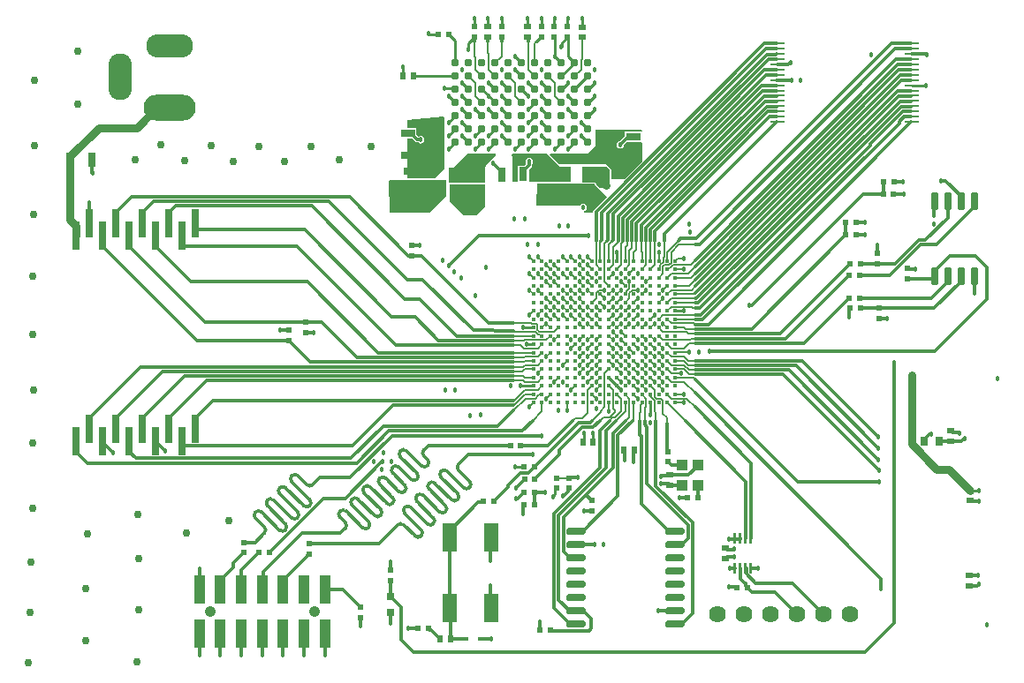
<source format=gtl>
G04*
G04 #@! TF.GenerationSoftware,Altium Limited,Altium Designer,20.1.11 (218)*
G04*
G04 Layer_Physical_Order=1*
G04 Layer_Color=255*
%FSLAX25Y25*%
%MOIN*%
G70*
G04*
G04 #@! TF.SameCoordinates,79C4E474-355B-46CA-A0E8-57BC19F8BC65*
G04*
G04*
G04 #@! TF.FilePolarity,Positive*
G04*
G01*
G75*
%ADD18C,0.00500*%
%ADD22C,0.01000*%
%ADD24R,0.02362X0.02756*%
%ADD25R,0.02362X0.02362*%
%ADD26R,0.02362X0.02362*%
G04:AMPARAMS|DCode=27|XSize=63.39mil|YSize=24.02mil|CornerRadius=3mil|HoleSize=0mil|Usage=FLASHONLY|Rotation=90.000|XOffset=0mil|YOffset=0mil|HoleType=Round|Shape=RoundedRectangle|*
%AMROUNDEDRECTD27*
21,1,0.06339,0.01801,0,0,90.0*
21,1,0.05738,0.02402,0,0,90.0*
1,1,0.00600,0.00901,0.02869*
1,1,0.00600,0.00901,-0.02869*
1,1,0.00600,-0.00901,-0.02869*
1,1,0.00600,-0.00901,0.02869*
%
%ADD27ROUNDEDRECTD27*%
%ADD28R,0.02756X0.02362*%
G04:AMPARAMS|DCode=29|XSize=42mil|YSize=10mil|CornerRadius=2.5mil|HoleSize=0mil|Usage=FLASHONLY|Rotation=90.000|XOffset=0mil|YOffset=0mil|HoleType=Round|Shape=RoundedRectangle|*
%AMROUNDEDRECTD29*
21,1,0.04200,0.00500,0,0,90.0*
21,1,0.03700,0.01000,0,0,90.0*
1,1,0.00500,0.00250,0.01850*
1,1,0.00500,0.00250,-0.01850*
1,1,0.00500,-0.00250,-0.01850*
1,1,0.00500,-0.00250,0.01850*
%
%ADD29ROUNDEDRECTD29*%
G04:AMPARAMS|DCode=30|XSize=23.62mil|YSize=74.8mil|CornerRadius=5.91mil|HoleSize=0mil|Usage=FLASHONLY|Rotation=90.000|XOffset=0mil|YOffset=0mil|HoleType=Round|Shape=RoundedRectangle|*
%AMROUNDEDRECTD30*
21,1,0.02362,0.06299,0,0,90.0*
21,1,0.01181,0.07480,0,0,90.0*
1,1,0.01181,0.03150,0.00591*
1,1,0.01181,0.03150,-0.00591*
1,1,0.01181,-0.03150,-0.00591*
1,1,0.01181,-0.03150,0.00591*
%
%ADD30ROUNDEDRECTD30*%
%ADD31R,0.02165X0.01181*%
%ADD32R,0.03150X0.03150*%
%ADD33R,0.05512X0.03150*%
%ADD34R,0.02559X0.03543*%
%ADD35R,0.03543X0.02559*%
G04:AMPARAMS|DCode=36|XSize=56mil|YSize=9mil|CornerRadius=2.25mil|HoleSize=0mil|Usage=FLASHONLY|Rotation=0.000|XOffset=0mil|YOffset=0mil|HoleType=Round|Shape=RoundedRectangle|*
%AMROUNDEDRECTD36*
21,1,0.05600,0.00450,0,0,0.0*
21,1,0.05150,0.00900,0,0,0.0*
1,1,0.00450,0.02575,-0.00225*
1,1,0.00450,-0.02575,-0.00225*
1,1,0.00450,-0.02575,0.00225*
1,1,0.00450,0.02575,0.00225*
%
%ADD36ROUNDEDRECTD36*%
%ADD37C,0.01614*%
%ADD38R,0.03937X0.04331*%
%ADD39R,0.05709X0.10827*%
%ADD40R,0.03937X0.10827*%
G04:AMPARAMS|DCode=41|XSize=108mil|YSize=29mil|CornerRadius=7.25mil|HoleSize=0mil|Usage=FLASHONLY|Rotation=90.000|XOffset=0mil|YOffset=0mil|HoleType=Round|Shape=RoundedRectangle|*
%AMROUNDEDRECTD41*
21,1,0.10800,0.01450,0,0,90.0*
21,1,0.09350,0.02900,0,0,90.0*
1,1,0.01450,0.00725,0.04675*
1,1,0.01450,0.00725,-0.04675*
1,1,0.01450,-0.00725,-0.04675*
1,1,0.01450,-0.00725,0.04675*
%
%ADD41ROUNDEDRECTD41*%
%ADD42R,0.03150X0.05512*%
%ADD43C,0.03100*%
%ADD72C,0.01233*%
%ADD73C,0.03000*%
%ADD74C,0.00800*%
%ADD75C,0.06378*%
%ADD76O,0.08858X0.17717*%
%ADD77O,0.17717X0.08858*%
%ADD78O,0.19685X0.09843*%
%ADD79C,0.04134*%
%ADD80C,0.03000*%
%ADD81C,0.01800*%
G36*
X345291Y329198D02*
X339010Y322917D01*
X323779D01*
X323617Y334856D01*
X324068Y335312D01*
X345291D01*
Y329198D01*
D02*
G37*
G36*
X344530Y358910D02*
Y339640D01*
X340766Y335876D01*
X330630D01*
Y350980D01*
X332428D01*
X333512Y349896D01*
X333881Y349650D01*
X334317Y349563D01*
X334317Y349563D01*
X334633D01*
X335065Y349274D01*
X335611Y349166D01*
X336157Y349274D01*
X336620Y349584D01*
X336930Y350047D01*
X337038Y350593D01*
X336930Y351139D01*
X336620Y351602D01*
X336157Y351912D01*
X335611Y352020D01*
X335065Y351912D01*
X334957Y351840D01*
X334789D01*
X334038Y352590D01*
Y355130D01*
X330630D01*
Y358036D01*
X344161Y359247D01*
X344530Y358910D01*
D02*
G37*
G36*
X359982Y325399D02*
X356552Y321969D01*
X351946D01*
Y322034D01*
X346588Y327392D01*
X346653Y333767D01*
X346719Y333794D01*
X359982D01*
Y325399D01*
D02*
G37*
G36*
X363761Y345466D02*
Y344566D01*
X359947Y340751D01*
Y334408D01*
X346661D01*
X346318Y334751D01*
Y340023D01*
X348032D01*
X353475Y345466D01*
X363761Y345466D01*
D02*
G37*
G36*
X419206Y353946D02*
X419205Y353857D01*
X419007Y353667D01*
X418865Y353667D01*
X412495D01*
Y351872D01*
X410690Y350068D01*
X410372Y350005D01*
X409909Y349695D01*
X409600Y349232D01*
X409491Y348686D01*
X409600Y348140D01*
X409909Y347676D01*
X410372Y347367D01*
X410918Y347258D01*
X411465Y347367D01*
X411928Y347676D01*
X412237Y348140D01*
X412300Y348458D01*
X413360Y349518D01*
X418865D01*
X419007Y349518D01*
X419365Y349175D01*
Y342499D01*
X412513Y335647D01*
X407415D01*
Y339500D01*
X405547Y341368D01*
X387798D01*
X387681Y341485D01*
X384470Y344622D01*
X384371Y344722D01*
X384578Y345222D01*
X398424D01*
X401499Y348297D01*
Y354447D01*
X418710D01*
X419206Y353946D01*
D02*
G37*
G36*
X388133Y340195D02*
X392065D01*
Y334683D01*
X392048Y334643D01*
X376443D01*
Y339214D01*
X377304Y340075D01*
X377550Y340445D01*
X377637Y340880D01*
X377637Y340880D01*
Y341363D01*
X377926Y341795D01*
X378034Y342341D01*
X377926Y342887D01*
X377616Y343350D01*
X377153Y343660D01*
X376607Y343768D01*
X376061Y343660D01*
X375598Y343350D01*
X375288Y342887D01*
X375179Y342341D01*
X375288Y341795D01*
X375360Y341687D01*
Y341352D01*
X374832Y340824D01*
X372293D01*
Y334643D01*
X370303D01*
Y344328D01*
X370262Y344369D01*
X369957Y344705D01*
X370178Y345205D01*
X383123D01*
X388133Y340195D01*
D02*
G37*
G36*
X406874Y339276D02*
Y335647D01*
X406940Y335489D01*
Y332765D01*
X406562Y332387D01*
X403116D01*
X401727Y333776D01*
Y333855D01*
X401569Y334237D01*
X401186Y334396D01*
X396757D01*
X396405Y334751D01*
X396447Y340457D01*
X405672Y340479D01*
X406874Y339276D01*
D02*
G37*
G36*
X401186Y333552D02*
X405802Y328936D01*
X400968Y324102D01*
X400722Y323733D01*
X400635Y323297D01*
Y323104D01*
X397150D01*
X397101Y323604D01*
X397491Y323681D01*
X397954Y323991D01*
X398264Y324454D01*
X398372Y325000D01*
X398264Y325546D01*
X397954Y326009D01*
X397491Y326319D01*
X396945Y326427D01*
X396398Y326319D01*
X395935Y326009D01*
X395709Y325670D01*
X395259Y325573D01*
X395123Y325583D01*
X395079Y325627D01*
X379690D01*
X379342Y325986D01*
X379581Y333834D01*
X379634Y333855D01*
X401186D01*
Y333552D01*
D02*
G37*
D18*
X419096Y267000D02*
X420671Y265425D01*
X425395Y270149D02*
X426970Y268575D01*
X437402Y303324D02*
X439192Y305115D01*
X429761Y302205D02*
X430874Y303318D01*
X432306D02*
X432312Y303324D01*
X430874Y303318D02*
X432306D01*
X432312Y303324D02*
X437402D01*
X433050Y311021D02*
X439192D01*
X425659Y305059D02*
Y308133D01*
X425395Y304795D02*
X425659Y305059D01*
X427465Y306322D02*
Y312288D01*
X427068Y305925D02*
X427465Y306322D01*
X428545Y308102D02*
X432731Y312288D01*
X428545Y304795D02*
Y308102D01*
X430126Y308098D02*
X433050Y311021D01*
X430126Y303984D02*
Y308098D01*
X429347Y303205D02*
X430126Y303984D01*
X427519Y303205D02*
X429347D01*
X427068Y304266D02*
Y305925D01*
X423820Y312166D02*
X423942Y312288D01*
X423820Y308102D02*
Y312166D01*
X426037Y303235D02*
X427068Y304266D01*
X437178Y274874D02*
X437783Y275479D01*
X439262D01*
X426970Y274874D02*
X437178D01*
X437018Y273740D02*
X439192D01*
X435002Y271724D02*
X437018Y273740D01*
X413214Y292915D02*
Y293334D01*
X414378Y294498D02*
Y296935D01*
X413214Y293334D02*
X414378Y294498D01*
X415427Y293766D02*
X417534D01*
X414372Y292711D02*
X415427Y293766D01*
X414372Y290622D02*
Y292711D01*
X412797Y292197D02*
Y292498D01*
X413214Y292915D01*
X411222Y296921D02*
X412797Y295346D01*
X370570Y248250D02*
X375164Y252844D01*
X378809D01*
X370570Y281388D02*
X377422D01*
X377647Y281163D01*
X379093D01*
X379708Y278685D02*
Y280548D01*
X379093Y281163D02*
X379708Y280548D01*
X431695Y254401D02*
X435002D01*
X395474Y284323D02*
X397049Y282748D01*
X408073Y278023D02*
X409647Y276449D01*
X406498Y270149D02*
X408073Y268575D01*
X398624Y262275D02*
X400199Y263850D01*
X409647Y289047D02*
X411222Y290622D01*
X395474Y262275D02*
X397049Y263850D01*
X389175Y287472D02*
X390750Y285897D01*
X386025Y284323D02*
X387600Y282748D01*
X398624Y274874D02*
X400199Y276449D01*
X425395D02*
X426970Y274874D01*
X403348Y292197D02*
X404923Y290622D01*
X389175D02*
X390750Y289047D01*
X379726Y284323D02*
X381301Y285897D01*
X412797Y263850D02*
X414372Y262275D01*
X398624Y259126D02*
X400199Y260701D01*
X382876Y303220D02*
X384451Y301645D01*
X415946Y285897D02*
X417521Y287472D01*
X401773Y259126D02*
X403348Y260701D01*
X382876Y287472D02*
X384451Y285897D01*
X415946Y282748D02*
X417521Y284323D01*
X412797Y279598D02*
X414372Y281173D01*
X406498Y267000D02*
X408073Y265425D01*
X395474Y300071D02*
X397049Y298496D01*
X379726Y306370D02*
X381301Y304795D01*
X402876Y293813D02*
X404889D01*
X406498Y282748D02*
X408073Y284323D01*
X412797Y260701D02*
X414372Y259126D01*
X422135Y246774D02*
X422246Y246884D01*
X398624Y300071D02*
X400199Y298496D01*
X401773Y265425D02*
X403348Y267000D01*
X412797D02*
X414372Y265425D01*
X425395Y267000D02*
X426970Y265425D01*
X409647Y292197D02*
X411222Y293772D01*
X376576D02*
X378151Y292197D01*
X386025Y300071D02*
X387600Y298496D01*
X432703Y305804D02*
X434988D01*
X403348Y289047D02*
X404923Y287472D01*
X406498Y289047D02*
X408073Y290622D01*
X386025Y287472D02*
X387600Y285897D01*
X412797D02*
X414372Y287472D01*
X409647Y267000D02*
X411222Y265425D01*
X379726Y293772D02*
X381301Y292197D01*
X376576Y306370D02*
X378151Y304795D01*
X398624Y287472D02*
X400199Y285897D01*
X401773Y284323D02*
X403348Y282748D01*
X392268Y271668D02*
X393899Y273299D01*
X398624Y306370D02*
X400199Y304795D01*
X419096Y279598D02*
X420671Y281173D01*
X425395Y263850D02*
X426970Y262275D01*
X415946Y257551D02*
X417521Y255976D01*
X382876Y252827D02*
X384451Y254401D01*
X392324Y300071D02*
X393899Y298496D01*
X414372Y300071D02*
X415946Y301645D01*
X392324Y306370D02*
X393899Y304795D01*
X415946Y289047D02*
X417521Y290622D01*
X401773Y271724D02*
X403348Y273299D01*
X422246Y263850D02*
X423820Y262275D01*
X395474Y281173D02*
X397049Y279598D01*
X409647Y273299D02*
X411222Y271724D01*
X389175Y265425D02*
X390750Y267000D01*
X379726Y262275D02*
X381301Y263850D01*
X373118Y257528D02*
X373141Y257551D01*
X415946Y254401D02*
X417521Y252827D01*
X392324Y287472D02*
X393899Y285897D01*
X419096Y270149D02*
X420671Y268575D01*
X422246Y267000D02*
X423820Y265425D01*
X401773Y262275D02*
X403348Y263850D01*
X382876Y300071D02*
X384451Y298496D01*
X411222Y278023D02*
X412797Y276449D01*
X425395Y260701D02*
X426970Y259126D01*
X431695Y251252D02*
X435002D01*
X395474Y293772D02*
X397049Y292197D01*
X415946Y279598D02*
X417521Y281173D01*
X422246Y260701D02*
X423820Y259126D01*
X406498Y292197D02*
X408073Y293772D01*
X420671Y296921D02*
X422246Y298496D01*
Y270149D02*
X423820Y268575D01*
X425395Y257551D02*
X426970Y255976D01*
X398624Y296921D02*
X400199Y295346D01*
X398624Y284323D02*
X400199Y282748D01*
X422246D02*
X423820Y284323D01*
X381301Y279598D02*
X382876Y281173D01*
X426970D02*
X428545Y279598D01*
X409647Y270149D02*
X411222Y268575D01*
X414372Y271724D02*
X415946Y270149D01*
X412797Y282748D02*
X414372Y284323D01*
X415946Y276449D02*
X417521Y274874D01*
X395474Y271724D02*
X397049Y273299D01*
X376576Y284323D02*
X378151Y285897D01*
X401773Y287472D02*
X403348Y285897D01*
X409647D02*
X411222Y287472D01*
X415946Y263850D02*
X417521Y262275D01*
X401773Y255976D02*
X403348Y257551D01*
X419096D02*
X420671Y255976D01*
X401769Y292706D02*
X402876Y293813D01*
X389175Y284323D02*
X390750Y282748D01*
X386025Y274874D02*
X387600Y276449D01*
X406498Y247945D02*
Y251252D01*
X376576Y249677D02*
X378151Y251252D01*
X395474Y287472D02*
X397049Y285897D01*
X382876Y284323D02*
X384451Y282748D01*
X428545Y279598D02*
X428545D01*
X398624Y271724D02*
X400199Y273299D01*
X390750Y251252D02*
X390769Y251233D01*
X392324Y293772D02*
X393899Y292197D01*
X392324Y284323D02*
X393899Y282748D01*
X390769Y248456D02*
Y251233D01*
X431695Y301645D02*
X435002D01*
X386025Y303220D02*
X387600Y301645D01*
X428545Y263850D02*
X430120Y262275D01*
X395474Y303220D02*
X397049Y301645D01*
X395474Y306370D02*
X397049Y304795D01*
X422246Y273299D02*
X423820Y271724D01*
X398624Y268575D02*
X400199Y270149D01*
X430120Y262275D02*
X434037D01*
X406498Y298496D02*
X408073Y300071D01*
X409647Y263850D02*
X411222Y262275D01*
X419096Y260701D02*
X420671Y259126D01*
X392324Y255976D02*
X393899Y257551D01*
X382876Y296921D02*
X384451Y295346D01*
X398624Y303220D02*
X400199Y301645D01*
X382876Y281173D02*
X384451Y279598D01*
X422246Y276449D02*
X423820Y274874D01*
X400199Y254401D02*
X401773Y252827D01*
X431695Y304795D02*
X432703Y305804D01*
X406498Y273299D02*
X408073Y271724D01*
X382876Y268575D02*
X384451Y270149D01*
X431695D02*
X431780Y270235D01*
X386025Y259126D02*
X387600Y260701D01*
X389175Y293772D02*
X390750Y292197D01*
X401773Y281173D02*
X403348Y279598D01*
X395474Y274874D02*
X397049Y276449D01*
X415946Y273299D02*
X417521Y271724D01*
X392268Y271639D02*
Y271668D01*
X395474Y265425D02*
X397049Y267000D01*
X415946Y260701D02*
X417521Y259126D01*
X401773Y274874D02*
X403348Y276449D01*
X398624Y265425D02*
X400199Y267000D01*
X390769Y248456D02*
X390787Y248437D01*
X426970Y293772D02*
X428545Y295346D01*
X406498Y285897D02*
X408073Y287472D01*
X406498Y279598D02*
X408073Y281173D01*
X409647Y279598D02*
X411222Y281173D01*
X395474Y268575D02*
X397049Y270149D01*
X409647Y260701D02*
X411222Y259126D01*
X395474Y290622D02*
X397049Y289047D01*
X411222Y274874D02*
X412797Y273299D01*
X431780Y270235D02*
X436912D01*
X419096Y263850D02*
X420671Y262275D01*
X389175Y306370D02*
X390750Y304795D01*
X422246Y279598D02*
X423820Y281173D01*
X419096Y276449D02*
X420671Y274874D01*
X412797Y270149D02*
X414372Y268575D01*
X415946Y267000D02*
X417521Y265425D01*
X389175Y300071D02*
X390750Y298496D01*
X425395Y289047D02*
X426970Y290622D01*
X382876D02*
X384451Y289047D01*
X419096Y292197D02*
X420671Y293772D01*
X395474Y296921D02*
X397049Y295346D01*
X386025Y296921D02*
X387600Y295346D01*
X401773Y268575D02*
X403348Y270149D01*
X398624Y293772D02*
X400199Y292197D01*
X379726Y300071D02*
X381301Y298496D01*
X401769Y290617D02*
Y292706D01*
X398624Y281173D02*
X400199Y279598D01*
X425395Y273299D02*
X426970Y271724D01*
X392324Y290622D02*
X393899Y289047D01*
X400199D02*
X401769Y290617D01*
X412797Y289047D02*
X414372Y290622D01*
X419096Y273299D02*
X420671Y271724D01*
X376576Y300071D02*
X378151Y298496D01*
X409647Y282748D02*
X411222Y284323D01*
X406498Y276449D02*
X408073Y274874D01*
X386025Y290622D02*
X387600Y289047D01*
X392849Y244390D02*
X393747Y245288D01*
X396472D01*
X398641Y247457D01*
X435978Y252831D02*
X439192Y249617D01*
X430218Y252831D02*
X435978D01*
X428648Y254401D02*
X430218Y252831D01*
X382892Y274890D02*
X384451Y276449D01*
X374495Y274715D02*
X374670Y274890D01*
X382892D01*
X370570Y272982D02*
X373275D01*
X374533Y271724D02*
X379726D01*
X373275Y272982D02*
X374533Y271724D01*
X408070Y309991D02*
X410077Y311997D01*
X408070Y303218D02*
Y309991D01*
X406498Y301645D02*
X408070Y303218D01*
X411222Y308102D02*
Y311502D01*
Y303220D02*
Y308102D01*
Y311502D02*
X411810Y312090D01*
Y312288D01*
X374844Y255976D02*
X379726D01*
X420061Y249223D02*
X420671Y249833D01*
X401773Y308102D02*
Y312288D01*
Y303220D02*
Y308102D01*
X370570Y278182D02*
X370570D01*
X371314Y278014D02*
X371554Y278014D01*
X374686D01*
X370570Y278182D02*
X371314Y278014D01*
X370570Y276449D02*
X374844D01*
X386949Y222812D02*
X391520D01*
X391570Y222862D01*
X370570Y252100D02*
X370968D01*
X370570Y259585D02*
X374385D01*
X370570Y261318D02*
X374227D01*
X370570Y263051D02*
X374045D01*
X370570Y264784D02*
X374204D01*
X370570Y250367D02*
X370810D01*
X370968Y252100D02*
X374844Y255976D01*
X370810Y250367D02*
X374844Y254401D01*
X374385Y259585D02*
X374844Y259126D01*
X374227Y261318D02*
X374844Y260701D01*
X374045Y263051D02*
X374844Y263850D01*
X374204Y264784D02*
X374844Y265425D01*
X377746Y244390D02*
X381301Y247945D01*
X370570Y268416D02*
X374686D01*
X370570Y266683D02*
X374527D01*
X370570Y270149D02*
X374844D01*
X374527Y266683D02*
X374844Y267000D01*
X374686Y268416D02*
X374844Y268575D01*
X370570Y274715D02*
X374495D01*
X400230Y244390D02*
X403458Y247618D01*
X403153Y244390D02*
X404596Y245833D01*
X406896D01*
X408884Y247821D02*
Y248301D01*
X406896Y245833D02*
X408884Y247821D01*
X408934Y245656D02*
X411222Y247945D01*
X424348Y244390D02*
Y247417D01*
X418328Y244390D02*
Y247394D01*
X415468Y244390D02*
X415946Y244868D01*
X406791Y244390D02*
X408057Y245656D01*
X420061Y244390D02*
Y249223D01*
X413017Y244390D02*
X414372Y245745D01*
Y252827D01*
X415946Y244868D02*
Y247945D01*
X423820D02*
X424348Y247417D01*
X408057Y245656D02*
X408934D01*
X409242Y244390D02*
X412797Y247945D01*
X418328Y247394D02*
X418470Y247537D01*
X428545Y254401D02*
X428648D01*
X428545Y251252D02*
X435407Y244390D01*
X436812Y263614D02*
X439192D01*
X436496Y267080D02*
X439192D01*
X436654Y265347D02*
X439192D01*
X436971Y261881D02*
X439192D01*
X435002Y259126D02*
X439192Y254935D01*
X438581Y260701D02*
X439192Y260090D01*
X435002Y260701D02*
X438581D01*
X435002Y263850D02*
X436971Y261881D01*
X435002Y265425D02*
X436812Y263614D01*
X435002Y267000D02*
X436654Y265347D01*
X435002Y268575D02*
X436496Y267080D01*
X435495Y279105D02*
X439192D01*
X436574Y277372D02*
X439192D01*
X435002Y279598D02*
X435495Y279105D01*
X435923Y278023D02*
X436574Y277372D01*
X437534Y289047D02*
X437693Y288889D01*
X435002Y287472D02*
X437814D01*
X435002Y282748D02*
X438356D01*
X437693Y288889D02*
X439192D01*
X435704Y284305D02*
X439192D01*
X438131Y287156D02*
X439192D01*
X438532Y282572D02*
X439192D01*
X438840Y281191D02*
X439192Y280838D01*
X436700Y300071D02*
X439192Y302563D01*
X435002Y300071D02*
X436700D01*
X437577Y298496D02*
X439192Y300111D01*
X435002Y298496D02*
X437577D01*
X436878Y295346D02*
X439192Y297660D01*
X435002Y295346D02*
X436878D01*
X437755Y293772D02*
X439192Y295209D01*
X435002Y293772D02*
X437755D01*
X438631Y292197D02*
X439192Y292758D01*
X435002Y292197D02*
X438631D01*
X435002Y290622D02*
X439192D01*
X435002Y289047D02*
X437534D01*
X435756Y281191D02*
X438840D01*
X438356Y282748D02*
X438532Y282572D01*
X437814Y287472D02*
X438131Y287156D01*
X406498Y310977D02*
X407809Y312288D01*
X404910Y311465D02*
X405734Y312288D01*
X403348Y312129D02*
X403507Y312288D01*
X410077Y311997D02*
Y312288D01*
X413543Y310748D02*
Y312288D01*
X412797Y308102D02*
Y310002D01*
X415276Y309707D02*
Y312288D01*
X414372Y308102D02*
Y308802D01*
X415946Y308102D02*
X417009Y309165D01*
X418743Y308456D02*
X419096Y308102D01*
X403348D02*
Y312129D01*
X404910Y308183D02*
Y311465D01*
X420476Y308297D02*
Y312288D01*
Y308297D02*
X420671Y308102D01*
X422209Y308139D02*
Y312288D01*
Y308139D02*
X422246Y308102D01*
X412797Y310002D02*
X413543Y310748D01*
X414372Y308802D02*
X415276Y309707D01*
X417009Y309165D02*
Y312288D01*
X406498Y308516D02*
Y310977D01*
X418743Y308456D02*
Y312288D01*
X406498Y308102D02*
X406498Y308516D01*
X431695Y279598D02*
X435002D01*
X404910Y296934D02*
Y308183D01*
X426970Y300071D02*
Y302657D01*
X408089Y249096D02*
Y255959D01*
X423803Y253458D02*
X424280Y252980D01*
X425395Y279598D02*
X426496Y278497D01*
X426037Y302589D02*
Y303235D01*
X422246Y301645D02*
X423820Y303220D01*
X428545Y270149D02*
X430120Y268575D01*
X431695Y267000D02*
X435002D01*
X412797Y247945D02*
Y251252D01*
X431695Y292197D02*
X435002D01*
X430120Y259126D02*
X435002D01*
X426223Y252823D02*
X426952Y252094D01*
Y247953D02*
Y252094D01*
X428545Y282748D02*
X430102Y281191D01*
X428545Y260701D02*
X430120Y259126D01*
X412797Y254401D02*
X414372Y252827D01*
X430120Y271724D02*
X435002D01*
X409647Y254401D02*
X411222Y252827D01*
X381301Y247945D02*
Y251252D01*
X403348Y304795D02*
Y308102D01*
X430120Y268575D02*
X435002D01*
X401773Y303220D02*
X403348Y301645D01*
X374844Y260701D02*
X378151D01*
X378809Y252844D02*
X379841Y253876D01*
X422246Y253601D02*
X423820Y252026D01*
X431695Y289047D02*
X435002D01*
X430120Y300071D02*
X435002D01*
X425395Y298496D02*
X426970Y300071D01*
X411222Y247945D02*
Y252827D01*
X428545Y285897D02*
X430120Y287472D01*
X431695Y295346D02*
X435002D01*
X404949Y249598D02*
Y262301D01*
X374844Y265425D02*
X379726D01*
X428545Y267000D02*
X430120Y265425D01*
X406498Y257551D02*
X408089Y255959D01*
X420671Y249833D02*
Y252827D01*
X379726Y255976D02*
X381301Y257551D01*
X430120Y287472D02*
X435002D01*
X430120Y265425D02*
X435002D01*
X430102Y281191D02*
X435756D01*
X380153Y254188D02*
X381088D01*
X379938Y277041D02*
X380407D01*
X386043Y278041D02*
X387600Y279598D01*
X374844Y259126D02*
X379726D01*
X380352Y278041D02*
X386043D01*
X426952Y247053D02*
X428394Y245612D01*
X420671Y303220D02*
Y308102D01*
X428394Y243364D02*
Y245612D01*
X379783Y278611D02*
X380352Y278041D01*
X404949Y262301D02*
X406498Y263850D01*
X428545Y298496D02*
X430120Y300071D01*
X414372Y303220D02*
Y308102D01*
X415946Y304795D02*
Y308102D01*
X408089Y249096D02*
X408884Y248301D01*
X424280Y252980D02*
X424437Y252823D01*
X381088Y254188D02*
X381301Y254401D01*
X419096Y301645D02*
X420671Y303220D01*
X412797Y304795D02*
Y308102D01*
X431695Y260701D02*
X435002D01*
X431695Y298496D02*
X435002D01*
X423820Y247945D02*
Y252026D01*
X425395Y301947D02*
X426037Y302589D01*
X406498Y304795D02*
Y308102D01*
X424437Y252823D02*
X426223D01*
X374686Y278014D02*
X378965D01*
X409647Y301645D02*
X411222Y303220D01*
X422246Y257551D02*
X423803Y255994D01*
X380999Y276449D02*
X381301D01*
X428847Y301645D02*
X429406Y302205D01*
X374844Y254401D02*
X378151D01*
X379841Y253876D02*
X380153Y254188D01*
X418470Y247537D02*
Y250402D01*
X419096Y304795D02*
Y308102D01*
X379726Y259126D02*
X381301Y260701D01*
X378965Y278014D02*
X379200Y277779D01*
X426970Y278023D02*
X435923D01*
X379708Y278685D02*
X379783Y278611D01*
X430120Y293772D02*
X435002D01*
X404910Y296934D02*
X406498Y295346D01*
X374844Y267000D02*
X378151D01*
X374844Y270149D02*
X378151D01*
X379200Y277779D02*
X379938Y277041D01*
X423820Y303220D02*
Y308102D01*
X426952Y247053D02*
Y247953D01*
X419096Y254401D02*
X420671Y252827D01*
X428545Y289047D02*
X430120Y290622D01*
X428545Y301645D02*
X428847D01*
X422246Y304795D02*
Y308102D01*
X431695Y263850D02*
X435002D01*
X422246Y253601D02*
Y254401D01*
X374844Y268575D02*
X379726D01*
X426496Y278497D02*
X426970Y278023D01*
X431695Y282748D02*
X435002D01*
X415946Y247945D02*
Y251252D01*
X419096Y251028D02*
Y251252D01*
X428545Y292197D02*
X430120Y293772D01*
X429406Y302205D02*
X429761D01*
X374844Y276449D02*
X378151D01*
X426970Y302657D02*
X427519Y303205D01*
X412797Y301645D02*
X414372Y303220D01*
X403458Y247618D02*
Y248107D01*
X379726Y268575D02*
X381301Y270149D01*
X423803Y253458D02*
Y255994D01*
X425395Y301645D02*
Y301947D01*
X374844Y263850D02*
X378151D01*
X380407Y277041D02*
X380999Y276449D01*
X403458Y248107D02*
X404949Y249598D01*
X398641Y247457D02*
Y255993D01*
X418470Y250402D02*
X419096Y251028D01*
X379726Y271724D02*
X381301Y273299D01*
X425395Y282748D02*
X426952Y284305D01*
X379726Y265425D02*
X381301Y267000D01*
X428545Y273299D02*
X430120Y271724D01*
X426952Y284305D02*
X435704D01*
X430120Y290622D02*
X435002D01*
X398641Y255993D02*
X400199Y257551D01*
D22*
X400668Y236419D02*
X400668Y236418D01*
X400668Y236419D02*
Y239631D01*
X400667Y239632D02*
X400668Y239631D01*
X396731Y236418D02*
X397197Y236883D01*
Y239460D01*
X397350Y239613D01*
X546140Y218138D02*
X546268Y218010D01*
X542916Y218138D02*
X546140D01*
X359577Y340598D02*
Y342138D01*
X357638Y338659D02*
X359577Y340598D01*
X526240Y371089D02*
X526315Y371164D01*
X520907Y371089D02*
X526240D01*
X374516Y227076D02*
X374570Y227022D01*
X371218Y227076D02*
X374516D01*
X371164Y227130D02*
X371218Y227076D01*
X386268Y218193D02*
X386949Y218875D01*
X386268Y216609D02*
Y218193D01*
X385674Y216015D02*
X386268Y216609D01*
X385674Y215798D02*
Y216015D01*
X389137Y216065D02*
X391520Y218447D01*
Y218875D01*
X375452Y273308D02*
X378142D01*
X406498Y260701D02*
X409647Y257551D01*
X422246Y246884D02*
Y251252D01*
X374345Y279602D02*
X378148D01*
X378142Y273308D02*
X378151Y273299D01*
X409647Y304795D02*
Y307947D01*
X431695Y285898D02*
X434829D01*
X434830Y285899D01*
X374342Y279605D02*
X374345Y279602D01*
X431695Y285897D02*
X431695Y285898D01*
X409647Y257551D02*
X411222Y255976D01*
X373141Y257551D02*
X378151D01*
X378148Y279602D02*
X378151Y279598D01*
X375444Y273317D02*
X375452Y273308D01*
X409640Y307954D02*
X409647Y307947D01*
X353700Y387082D02*
X355931Y389313D01*
X353700Y384790D02*
Y387082D01*
X353592Y384682D02*
X353700Y384790D01*
X393716Y379609D02*
Y379621D01*
X388727Y374621D02*
X393716Y379609D01*
X388860Y387165D02*
X391049Y389354D01*
X388860Y385833D02*
Y387165D01*
X388707Y385680D02*
X388860Y385833D01*
X348407Y369930D02*
X348716Y369621D01*
X344688Y369930D02*
X348407D01*
X344535Y370083D02*
X344688Y369930D01*
X346191Y367158D02*
X348716Y364633D01*
X381191Y352158D02*
X383716Y349633D01*
X381191Y357158D02*
X383716Y354633D01*
X396191Y352158D02*
X398716Y349633D01*
X396191Y357158D02*
X398716Y354633D01*
X393716Y369621D02*
X398716Y374621D01*
X366098Y396462D02*
X366129Y396493D01*
X366098Y393236D02*
Y396462D01*
X360893Y393332D02*
X360928Y393297D01*
X360893Y393332D02*
Y396447D01*
X360857Y396482D02*
X360893Y396447D01*
X355931Y393250D02*
X355935Y393254D01*
Y396405D01*
X355940Y396409D01*
X338455Y390523D02*
X338484Y390493D01*
X342169D01*
X348716Y379621D02*
Y387884D01*
X346106Y390493D02*
X348716Y387884D01*
X328788Y374730D02*
X328836Y374682D01*
X328788Y374730D02*
Y378089D01*
X328740Y378137D02*
X328788Y378089D01*
X332773Y374682D02*
X348656D01*
X348716Y374621D01*
X375931Y393297D02*
X375938Y393290D01*
X375931Y393297D02*
Y396297D01*
X375924Y396304D02*
X375931Y396297D01*
X381101Y393290D02*
X381114Y393303D01*
Y396408D01*
X381127Y396421D01*
X386011Y393202D02*
X386054Y393245D01*
Y396408D01*
X386097Y396450D01*
X396499Y393190D02*
X396526Y393164D01*
X396499Y393190D02*
Y396366D01*
X396474Y396392D02*
X396499Y396366D01*
X391049Y393291D02*
X391057Y393299D01*
Y396471D01*
X391066Y396480D01*
X386011Y389265D02*
X386101Y389175D01*
Y382259D02*
Y389175D01*
Y382259D02*
X386191Y382170D01*
X391049Y389354D02*
X391120Y389283D01*
Y382241D02*
Y389283D01*
Y382241D02*
X391191Y382170D01*
Y362158D02*
X393716Y359633D01*
X391191Y367158D02*
X393716Y364633D01*
X351191Y352158D02*
X353716Y349633D01*
X351191Y357158D02*
X353716Y354633D01*
X358728Y369621D02*
X363716Y364633D01*
X358716Y369621D02*
Y369658D01*
X361191Y372133D02*
Y372158D01*
X358716Y369621D02*
X358728D01*
X388727D02*
X391252Y372146D01*
X376179Y357097D02*
X378704Y359621D01*
X376179Y362097D02*
X378704Y364621D01*
X376191Y372158D02*
X378716Y369633D01*
X373716Y369609D02*
X376240Y367085D01*
X371191Y382158D02*
X373716Y379633D01*
X361191Y372158D02*
X363716Y369633D01*
X361191Y362158D02*
X363716Y359633D01*
X366191Y357158D02*
X368716Y354633D01*
X366191Y352158D02*
X368716Y349633D01*
X414570Y343325D02*
X415751D01*
X412320Y345575D02*
X414570Y343325D01*
X411149Y345575D02*
X412320D01*
X410996Y345728D02*
X411149Y345575D01*
X361168Y347108D02*
X361179Y347097D01*
X382635Y337568D02*
Y338750D01*
X380410Y340975D02*
X382635Y338750D01*
X380410Y340975D02*
Y342188D01*
X380257Y342341D02*
X380410Y342188D01*
X330754Y338703D02*
X330881Y338829D01*
X334638D01*
X334765Y338955D01*
X330782Y344787D02*
X331963D01*
X334019Y346843D01*
X335299D01*
X335452Y346996D01*
X357638Y337478D02*
Y338659D01*
X351043Y337604D02*
X351127Y337688D01*
Y340371D01*
X346179Y352097D02*
X348704Y354621D01*
X356227Y352126D02*
Y352129D01*
X356188Y362122D02*
X356202D01*
X353716Y369621D02*
Y369633D01*
X361179Y352097D02*
X363704Y354621D01*
X371191Y377158D02*
X373716Y374633D01*
X376179Y352097D02*
X378704Y354621D01*
X346179Y347097D02*
X348704Y349621D01*
X346179Y357097D02*
X348704Y359621D01*
X361179Y347097D02*
X363704Y349621D01*
X371179Y347097D02*
X373704Y349621D01*
X376179Y347097D02*
X378704Y349621D01*
X386179Y347097D02*
X388704Y349621D01*
X386191Y382158D02*
X388716Y379633D01*
X356227Y352129D02*
X358716Y354618D01*
Y354621D01*
X366191Y362158D02*
X368716Y359633D01*
X351191Y362158D02*
X353716Y359633D01*
X356202Y362122D02*
X358702Y359621D01*
X358716D01*
X366191Y372158D02*
X368716Y369633D01*
X351191Y372158D02*
X353716Y369633D01*
X351191Y372158D02*
Y372169D01*
X391179Y352097D02*
X393704Y354621D01*
X398727Y359621D02*
X401252Y362146D01*
X381191Y362158D02*
X383716Y359633D01*
X398727Y369621D02*
X401252Y372146D01*
X381191Y372158D02*
X383716Y369633D01*
X356179Y347097D02*
X358704Y349621D01*
X366191Y367158D02*
X368716Y364633D01*
X351191Y367158D02*
X353716Y364633D01*
X398727Y364621D02*
X401252Y367146D01*
X391179Y347097D02*
X393704Y349621D01*
X381191Y367158D02*
X383716Y364633D01*
X391191Y382158D02*
X393716Y379633D01*
D24*
X396731Y236418D02*
D03*
X400668D02*
D03*
X416318Y233212D02*
D03*
X412381D02*
D03*
X342898Y161876D02*
D03*
X346835D02*
D03*
X332773Y374682D02*
D03*
X328836D02*
D03*
D25*
X436374Y215307D02*
D03*
X440311D02*
D03*
X514119Y334604D02*
D03*
X510182D02*
D03*
X510079Y330114D02*
D03*
X514016D02*
D03*
X495821Y319407D02*
D03*
X499758D02*
D03*
X499832Y314536D02*
D03*
X495895D02*
D03*
X501520Y303741D02*
D03*
X497583D02*
D03*
X501242Y299443D02*
D03*
X497305D02*
D03*
X501223Y290731D02*
D03*
X497286D02*
D03*
X501432Y286900D02*
D03*
X497495D02*
D03*
X458806Y181477D02*
D03*
X454869D02*
D03*
X373363Y235106D02*
D03*
X369426D02*
D03*
X359261Y214093D02*
D03*
X363198D02*
D03*
X374570Y227022D02*
D03*
X378507D02*
D03*
X374740Y222282D02*
D03*
X378677D02*
D03*
X378520Y217400D02*
D03*
X374583D02*
D03*
Y212584D02*
D03*
X378520D02*
D03*
X380695Y165387D02*
D03*
X384631D02*
D03*
X334470Y165866D02*
D03*
X338407D02*
D03*
X278397Y194543D02*
D03*
X274460D02*
D03*
X346106Y390493D02*
D03*
X342169D02*
D03*
D26*
X519065Y301851D02*
D03*
Y297914D02*
D03*
X507967Y307669D02*
D03*
Y303732D02*
D03*
X508398Y282937D02*
D03*
Y286874D02*
D03*
X400192Y210381D02*
D03*
Y214318D02*
D03*
X391520Y218875D02*
D03*
Y222812D02*
D03*
X386949D02*
D03*
Y218875D02*
D03*
X324099Y188054D02*
D03*
Y184116D02*
D03*
X312987Y170076D02*
D03*
Y174013D02*
D03*
X268728Y198456D02*
D03*
Y194519D02*
D03*
X391049Y389354D02*
D03*
Y393291D02*
D03*
X386011Y389265D02*
D03*
Y393202D02*
D03*
X381101Y389353D02*
D03*
Y393290D02*
D03*
X366098Y389299D02*
D03*
Y393236D02*
D03*
X355931Y389313D02*
D03*
Y393250D02*
D03*
X293517Y198112D02*
D03*
Y194175D02*
D03*
X428982Y232834D02*
D03*
Y228897D02*
D03*
X332191Y310768D02*
D03*
Y306831D02*
D03*
X285802Y278652D02*
D03*
Y274715D02*
D03*
X292089Y281711D02*
D03*
Y277774D02*
D03*
D27*
X529411Y298879D02*
D03*
X534411D02*
D03*
X539411D02*
D03*
X544411D02*
D03*
Y327265D02*
D03*
X539411D02*
D03*
X534411D02*
D03*
X529411D02*
D03*
D28*
X542585Y186027D02*
D03*
Y182090D02*
D03*
X450541Y192365D02*
D03*
Y196302D02*
D03*
X429623Y220091D02*
D03*
Y224028D02*
D03*
X396526Y389228D02*
D03*
Y393164D02*
D03*
X375938Y389353D02*
D03*
Y393290D02*
D03*
X360928Y389360D02*
D03*
Y393297D02*
D03*
X535559Y236732D02*
D03*
Y240669D02*
D03*
X542916Y218138D02*
D03*
Y214201D02*
D03*
D29*
X454386Y188727D02*
D03*
X456386D02*
D03*
X458386D02*
D03*
X460386D02*
D03*
Y199927D02*
D03*
X458386D02*
D03*
X456386D02*
D03*
X454386D02*
D03*
D30*
X431697Y167777D02*
D03*
Y172777D02*
D03*
Y177777D02*
D03*
Y182777D02*
D03*
Y187777D02*
D03*
Y192777D02*
D03*
Y197777D02*
D03*
Y202777D02*
D03*
X394295Y167777D02*
D03*
Y172777D02*
D03*
Y177777D02*
D03*
Y182777D02*
D03*
Y187777D02*
D03*
Y192777D02*
D03*
Y197777D02*
D03*
Y202777D02*
D03*
D31*
X352555Y161966D02*
D03*
X358067D02*
D03*
D32*
X324242Y177977D02*
D03*
Y172072D02*
D03*
D33*
X415751Y343325D02*
D03*
Y351593D02*
D03*
X330782Y344787D02*
D03*
Y353055D02*
D03*
D34*
X404488Y337821D02*
D03*
X410197D02*
D03*
X531217Y236830D02*
D03*
X525508D02*
D03*
D35*
X389825Y331829D02*
D03*
Y337538D02*
D03*
X350767Y331710D02*
D03*
Y337419D02*
D03*
X330754Y332994D02*
D03*
Y338703D02*
D03*
D36*
X520907Y386889D02*
D03*
Y384889D02*
D03*
Y382889D02*
D03*
Y380989D02*
D03*
Y378989D02*
D03*
Y376989D02*
D03*
Y375089D02*
D03*
Y373089D02*
D03*
Y371089D02*
D03*
Y369089D02*
D03*
Y367189D02*
D03*
Y365189D02*
D03*
Y363189D02*
D03*
Y361289D02*
D03*
Y359289D02*
D03*
Y357289D02*
D03*
X470107D02*
D03*
Y359289D02*
D03*
Y361289D02*
D03*
Y363189D02*
D03*
Y365189D02*
D03*
Y367189D02*
D03*
Y369089D02*
D03*
Y371089D02*
D03*
Y373089D02*
D03*
Y375089D02*
D03*
Y376989D02*
D03*
Y378989D02*
D03*
Y380989D02*
D03*
Y382889D02*
D03*
Y384889D02*
D03*
Y386889D02*
D03*
D37*
X378151Y304795D02*
D03*
X381301D02*
D03*
X384451D02*
D03*
X387600D02*
D03*
X390750D02*
D03*
X393899D02*
D03*
X397049D02*
D03*
X400199D02*
D03*
X403348D02*
D03*
X406498D02*
D03*
X409647D02*
D03*
X412797D02*
D03*
X415946D02*
D03*
X419096D02*
D03*
X422246D02*
D03*
X425395D02*
D03*
X428545D02*
D03*
X431695D02*
D03*
X378151Y301645D02*
D03*
X381301D02*
D03*
X384451D02*
D03*
X387600D02*
D03*
X390750D02*
D03*
X393899D02*
D03*
X397049D02*
D03*
X400199D02*
D03*
X403348D02*
D03*
X406498D02*
D03*
X409647D02*
D03*
X412797D02*
D03*
X415946D02*
D03*
X419096D02*
D03*
X422246D02*
D03*
X425395D02*
D03*
X428545D02*
D03*
X431695D02*
D03*
X378151Y298496D02*
D03*
X381301D02*
D03*
X384451D02*
D03*
X387600D02*
D03*
X390750D02*
D03*
X393899D02*
D03*
X397049D02*
D03*
X400199D02*
D03*
X403348D02*
D03*
X406498D02*
D03*
X409647D02*
D03*
X412797D02*
D03*
X415946D02*
D03*
X419096D02*
D03*
X422246D02*
D03*
X425395D02*
D03*
X428545D02*
D03*
X431695D02*
D03*
X378151Y295346D02*
D03*
X381301D02*
D03*
X384451D02*
D03*
X387600D02*
D03*
X390750D02*
D03*
X393899D02*
D03*
X397049D02*
D03*
X400199D02*
D03*
X403348D02*
D03*
X406498D02*
D03*
X409647D02*
D03*
X412797D02*
D03*
X415946D02*
D03*
X419096D02*
D03*
X422246D02*
D03*
X425395D02*
D03*
X428545D02*
D03*
X431695D02*
D03*
X378151Y292197D02*
D03*
X381301D02*
D03*
X384451D02*
D03*
X387600D02*
D03*
X390750D02*
D03*
X393899D02*
D03*
X397049D02*
D03*
X400199D02*
D03*
X403348D02*
D03*
X406498D02*
D03*
X409647D02*
D03*
X412797D02*
D03*
X415946D02*
D03*
X419096D02*
D03*
X422246D02*
D03*
X425395D02*
D03*
X428545D02*
D03*
X431695D02*
D03*
X378151Y289047D02*
D03*
X381301D02*
D03*
X384451D02*
D03*
X387600D02*
D03*
X390750D02*
D03*
X393899D02*
D03*
X397049D02*
D03*
X400199D02*
D03*
X403348D02*
D03*
X406498D02*
D03*
X409647D02*
D03*
X412797D02*
D03*
X415946D02*
D03*
X419096D02*
D03*
X422246D02*
D03*
X425395D02*
D03*
X428545D02*
D03*
X431695D02*
D03*
X378151Y285897D02*
D03*
X381301D02*
D03*
X384451D02*
D03*
X387600D02*
D03*
X390750D02*
D03*
X393899D02*
D03*
X397049D02*
D03*
X400199D02*
D03*
X403348D02*
D03*
X406498D02*
D03*
X409647D02*
D03*
X412797D02*
D03*
X415946D02*
D03*
X419096D02*
D03*
X422246D02*
D03*
X425395D02*
D03*
X428545D02*
D03*
X431695D02*
D03*
X378151Y282748D02*
D03*
X381301D02*
D03*
X384451D02*
D03*
X387600D02*
D03*
X390750D02*
D03*
X393899D02*
D03*
X397049D02*
D03*
X400199D02*
D03*
X403348D02*
D03*
X406498D02*
D03*
X409647D02*
D03*
X412797D02*
D03*
X415946D02*
D03*
X419096D02*
D03*
X422246D02*
D03*
X425395D02*
D03*
X428545D02*
D03*
X431695D02*
D03*
X378151Y279598D02*
D03*
X381301D02*
D03*
X384451D02*
D03*
X387600D02*
D03*
X390750D02*
D03*
X393899D02*
D03*
X397049D02*
D03*
X400199D02*
D03*
X403348D02*
D03*
X406498D02*
D03*
X409647D02*
D03*
X412797D02*
D03*
X415946D02*
D03*
X419096D02*
D03*
X422246D02*
D03*
X425395D02*
D03*
X428545D02*
D03*
X431695D02*
D03*
X378151Y276449D02*
D03*
X381301D02*
D03*
X384451D02*
D03*
X387600D02*
D03*
X390750D02*
D03*
X393899D02*
D03*
X397049D02*
D03*
X400199D02*
D03*
X403348D02*
D03*
X406498D02*
D03*
X409647D02*
D03*
X412797D02*
D03*
X415946D02*
D03*
X419096D02*
D03*
X422246D02*
D03*
X425395D02*
D03*
X428545D02*
D03*
X431695D02*
D03*
X378151Y273299D02*
D03*
X381301D02*
D03*
X384451D02*
D03*
X387600D02*
D03*
X390750D02*
D03*
X393899D02*
D03*
X397049D02*
D03*
X400199D02*
D03*
X403348D02*
D03*
X406498D02*
D03*
X409647D02*
D03*
X412797D02*
D03*
X415946D02*
D03*
X419096D02*
D03*
X422246D02*
D03*
X425395D02*
D03*
X428545D02*
D03*
X431695D02*
D03*
X378151Y270149D02*
D03*
X381301D02*
D03*
X384451D02*
D03*
X387600D02*
D03*
X390750D02*
D03*
X393899D02*
D03*
X397049D02*
D03*
X400199D02*
D03*
X403348D02*
D03*
X406498D02*
D03*
X409647D02*
D03*
X412797D02*
D03*
X415946D02*
D03*
X419096D02*
D03*
X422246D02*
D03*
X425395D02*
D03*
X428545D02*
D03*
X431695D02*
D03*
X378151Y267000D02*
D03*
X381301D02*
D03*
X384451D02*
D03*
X387600D02*
D03*
X390750D02*
D03*
X393899D02*
D03*
X397049D02*
D03*
X400199D02*
D03*
X403348D02*
D03*
X406498D02*
D03*
X409647D02*
D03*
X412797D02*
D03*
X415946D02*
D03*
X419096D02*
D03*
X422246D02*
D03*
X425395D02*
D03*
X428545D02*
D03*
X431695D02*
D03*
X378151Y263850D02*
D03*
X381301D02*
D03*
X384451D02*
D03*
X387600D02*
D03*
X390750D02*
D03*
X393899D02*
D03*
X397049D02*
D03*
X400199D02*
D03*
X403348D02*
D03*
X406498D02*
D03*
X409647D02*
D03*
X412797D02*
D03*
X415946D02*
D03*
X419096D02*
D03*
X422246D02*
D03*
X425395D02*
D03*
X428545D02*
D03*
X431695D02*
D03*
X378151Y260701D02*
D03*
X381301D02*
D03*
X384451D02*
D03*
X387600D02*
D03*
X390750D02*
D03*
X393899D02*
D03*
X397049D02*
D03*
X400199D02*
D03*
X403348D02*
D03*
X406498D02*
D03*
X409647D02*
D03*
X412797D02*
D03*
X415946D02*
D03*
X419096D02*
D03*
X422246D02*
D03*
X425395D02*
D03*
X428545D02*
D03*
X431695D02*
D03*
X378151Y257551D02*
D03*
X381301D02*
D03*
X384451D02*
D03*
X387600D02*
D03*
X390750D02*
D03*
X393899D02*
D03*
X397049D02*
D03*
X400199D02*
D03*
X403348D02*
D03*
X406498D02*
D03*
X409647D02*
D03*
X412797D02*
D03*
X415946D02*
D03*
X419096D02*
D03*
X422246D02*
D03*
X425395D02*
D03*
X428545D02*
D03*
X431695D02*
D03*
X378151Y254401D02*
D03*
X381301D02*
D03*
X384451D02*
D03*
X387600D02*
D03*
X390750D02*
D03*
X393899D02*
D03*
X397049D02*
D03*
X400199D02*
D03*
X403348D02*
D03*
X406498D02*
D03*
X409647D02*
D03*
X412797D02*
D03*
X415946D02*
D03*
X419096D02*
D03*
X422246D02*
D03*
X425395D02*
D03*
X428545D02*
D03*
X431695D02*
D03*
X378151Y251252D02*
D03*
X381301D02*
D03*
X384451D02*
D03*
X387600D02*
D03*
X390750D02*
D03*
X393899D02*
D03*
X397049D02*
D03*
X400199D02*
D03*
X403348D02*
D03*
X406498D02*
D03*
X409647D02*
D03*
X412797D02*
D03*
X415946D02*
D03*
X419096D02*
D03*
X422246D02*
D03*
X425395D02*
D03*
X428545D02*
D03*
X431695D02*
D03*
D38*
X434183Y220121D02*
D03*
Y227601D02*
D03*
X440089Y220121D02*
D03*
Y227601D02*
D03*
D39*
X362091Y173644D02*
D03*
X346540D02*
D03*
X362091Y200219D02*
D03*
X346540D02*
D03*
D40*
X299405Y180678D02*
D03*
Y163907D02*
D03*
X291531Y180678D02*
D03*
Y163907D02*
D03*
X283657Y180678D02*
D03*
Y163907D02*
D03*
X275783Y180678D02*
D03*
Y163907D02*
D03*
X267909Y180678D02*
D03*
Y163907D02*
D03*
X260035Y180678D02*
D03*
Y163907D02*
D03*
X252161Y180678D02*
D03*
Y163907D02*
D03*
D41*
X250678Y319125D02*
D03*
X245678Y314325D02*
D03*
X240678Y319125D02*
D03*
X235678Y314325D02*
D03*
X230678Y319125D02*
D03*
X225678Y314325D02*
D03*
X220678Y319125D02*
D03*
X215678Y314325D02*
D03*
X210678Y319125D02*
D03*
X205678Y314325D02*
D03*
X250678Y241510D02*
D03*
X245678Y236710D02*
D03*
X240678Y241510D02*
D03*
X235678Y236710D02*
D03*
X230678Y241510D02*
D03*
X225678Y236710D02*
D03*
X220678Y241510D02*
D03*
X215678Y236710D02*
D03*
X210678Y241510D02*
D03*
X205678Y236710D02*
D03*
D42*
X382635Y337568D02*
D03*
X374368D02*
D03*
X358038Y337255D02*
D03*
X366305D02*
D03*
X203370Y343051D02*
D03*
X211638D02*
D03*
D43*
X348716Y349621D02*
D03*
Y354621D02*
D03*
Y359621D02*
D03*
Y364621D02*
D03*
Y369621D02*
D03*
Y374621D02*
D03*
Y379621D02*
D03*
X353716Y349621D02*
D03*
Y354621D02*
D03*
Y359621D02*
D03*
Y364621D02*
D03*
Y369621D02*
D03*
Y374621D02*
D03*
Y379621D02*
D03*
X358716Y349621D02*
D03*
Y354621D02*
D03*
Y359621D02*
D03*
Y364621D02*
D03*
Y369621D02*
D03*
Y374621D02*
D03*
Y379621D02*
D03*
X363716Y349621D02*
D03*
Y354621D02*
D03*
Y359621D02*
D03*
Y364621D02*
D03*
Y369621D02*
D03*
Y374621D02*
D03*
Y379621D02*
D03*
X368716Y349621D02*
D03*
Y354621D02*
D03*
Y359621D02*
D03*
Y364621D02*
D03*
Y369621D02*
D03*
Y374621D02*
D03*
Y379621D02*
D03*
X373716Y349621D02*
D03*
Y354621D02*
D03*
Y359621D02*
D03*
Y364621D02*
D03*
Y369621D02*
D03*
Y374621D02*
D03*
Y379621D02*
D03*
X378716Y349621D02*
D03*
Y354621D02*
D03*
Y359621D02*
D03*
Y364621D02*
D03*
Y369621D02*
D03*
Y374621D02*
D03*
Y379621D02*
D03*
X383716Y349621D02*
D03*
Y354621D02*
D03*
Y359621D02*
D03*
Y364621D02*
D03*
Y369621D02*
D03*
Y374621D02*
D03*
Y379621D02*
D03*
X388716Y349621D02*
D03*
Y354621D02*
D03*
Y359621D02*
D03*
Y364621D02*
D03*
Y369621D02*
D03*
Y374621D02*
D03*
Y379621D02*
D03*
X393716Y349621D02*
D03*
Y354621D02*
D03*
Y359621D02*
D03*
Y364621D02*
D03*
Y369621D02*
D03*
Y374621D02*
D03*
Y379621D02*
D03*
X398716Y349621D02*
D03*
Y354621D02*
D03*
Y359621D02*
D03*
Y364621D02*
D03*
Y369621D02*
D03*
Y379621D02*
D03*
Y374621D02*
D03*
D72*
X292639Y220265D02*
G03*
X294926Y220265I1143J1143D01*
G01*
X289269Y223636D02*
G03*
X286983Y223636I-1143J-1143D01*
G01*
X286983Y223636D02*
G03*
X286983Y221350I1143J-1143D01*
G01*
X293725Y212321D02*
G03*
X293725Y214608I-1143J1143D01*
G01*
X291439Y212321D02*
G03*
X293725Y212321I1143J1143D01*
G01*
X284696Y219064D02*
G03*
X282410Y219064I-1143J-1143D01*
G01*
D02*
G03*
X282410Y216777I1143J-1143D01*
G01*
X289153Y207749D02*
G03*
X289153Y210035I-1143J1143D01*
G01*
X286866Y207749D02*
G03*
X289153Y207749I1143J1143D01*
G01*
X280124Y214491D02*
G03*
X277838Y214491I-1143J-1143D01*
G01*
D02*
G03*
X277838Y212205I1143J-1143D01*
G01*
X284580Y203176D02*
G03*
X284580Y205463I-1143J1143D01*
G01*
X282294Y203176D02*
G03*
X284580Y203176I1143J1143D01*
G01*
X275552Y209919D02*
G03*
X273265Y209919I-1143J-1143D01*
G01*
D02*
G03*
X273265Y207632I1143J-1143D01*
G01*
X276636Y201976D02*
G03*
X276636Y204262I-1143J1143D01*
G01*
X336815Y233439D02*
G03*
X336815Y231153I1143J-1143D01*
G01*
X338215Y227466D02*
G03*
X338215Y229753I-1143J1143D01*
G01*
X335929Y227466D02*
G03*
X338215Y227466I1143J1143D01*
G01*
X330286Y233110D02*
G03*
X328000Y233110I-1143J-1143D01*
G01*
X328000Y233110D02*
G03*
X328000Y230823I1143J-1143D01*
G01*
X334199Y222338D02*
G03*
X334199Y224624I-1143J1143D01*
G01*
X331912Y222338D02*
G03*
X334199Y222338I1143J1143D01*
G01*
X327347Y226904D02*
G03*
X325061Y226904I-1143J-1143D01*
G01*
D02*
G03*
X325061Y224617I1143J-1143D01*
G01*
X329626Y217766D02*
G03*
X329626Y220052I-1143J1143D01*
G01*
X327340Y217766D02*
G03*
X329626Y217766I1143J1143D01*
G01*
X322413Y222693D02*
G03*
X320127Y222693I-1143J-1143D01*
G01*
X320127Y222693D02*
G03*
X320127Y220407I1143J-1143D01*
G01*
X325054Y213193D02*
G03*
X325054Y215479I-1143J1143D01*
G01*
X322768Y213193D02*
G03*
X325054Y213193I1143J1143D01*
G01*
X316569Y219392D02*
G03*
X314282Y219392I-1143J-1143D01*
G01*
D02*
G03*
X314282Y217106I1143J-1143D01*
G01*
X320481Y208621D02*
G03*
X320481Y210907I-1143J1143D01*
G01*
X318195Y208621D02*
G03*
X320481Y208621I1143J1143D01*
G01*
X311996Y214820D02*
G03*
X309710Y214820I-1143J-1143D01*
G01*
D02*
G03*
X309710Y212534I1143J-1143D01*
G01*
X315909Y204048D02*
G03*
X315909Y206335I-1143J1143D01*
G01*
X313623Y204048D02*
G03*
X315909Y204048I1143J1143D01*
G01*
X307424Y210247D02*
G03*
X305137Y210247I-1143J-1143D01*
G01*
D02*
G03*
X305137Y207961I1143J-1143D01*
G01*
X307094Y203719D02*
G03*
X307094Y206005I-1143J1143D01*
G01*
X349879Y227951D02*
G03*
X349879Y225665I1143J-1143D01*
G01*
X354081Y219177D02*
G03*
X354081Y221463I-1143J1143D01*
G01*
X351794Y219177D02*
G03*
X354081Y219177I1143J1143D01*
G01*
X345595Y225376D02*
G03*
X343309Y225376I-1143J-1143D01*
G01*
D02*
G03*
X343309Y223090I1143J-1143D01*
G01*
X349508Y214605D02*
G03*
X349508Y216891I-1143J1143D01*
G01*
X347222Y214605D02*
G03*
X349508Y214605I1143J1143D01*
G01*
X341023Y220804D02*
G03*
X338737Y220804I-1143J-1143D01*
G01*
X338737Y220804D02*
G03*
X338737Y218517I1143J-1143D01*
G01*
X344936Y210032D02*
G03*
X344936Y212318I-1143J1143D01*
G01*
X342649Y210032D02*
G03*
X344936Y210032I1143J1143D01*
G01*
X336450Y216231D02*
G03*
X334164Y216231I-1143J-1143D01*
G01*
D02*
G03*
X334164Y213945I1143J-1143D01*
G01*
X340363Y205460D02*
G03*
X340363Y207746I-1143J1143D01*
G01*
X338077Y205460D02*
G03*
X340363Y205460I1143J1143D01*
G01*
X331878Y211659D02*
G03*
X329592Y211659I-1143J-1143D01*
G01*
D02*
G03*
X329592Y209373I1143J-1143D01*
G01*
X335791Y200887D02*
G03*
X335791Y203174I-1143J1143D01*
G01*
X333505Y200887D02*
G03*
X335791Y200887I1143J1143D01*
G01*
X329303Y205089D02*
G03*
X327017Y205089I-1143J-1143D01*
G01*
X418839Y213075D02*
X429138Y202777D01*
X418839Y213075D02*
Y238515D01*
X418328Y239027D02*
X418839Y238515D01*
X420910Y220794D02*
X436553Y205151D01*
X420061Y242852D02*
X420910Y242003D01*
Y220794D02*
Y242003D01*
X460386Y188727D02*
X462757D01*
X462903Y188582D01*
X507935Y307701D02*
X507967Y307669D01*
X507935Y307701D02*
Y310768D01*
X397160Y210426D02*
X400147D01*
X397159Y210425D02*
X397160Y210426D01*
X451267Y193092D02*
X453731D01*
X450541Y192365D02*
X451267Y193092D01*
X451105Y195738D02*
X453640D01*
X453754Y195852D01*
X450541Y196302D02*
X451105Y195738D01*
X387950Y233208D02*
X396658Y241917D01*
X387950Y231555D02*
Y233208D01*
X396658Y241917D02*
X400680D01*
X527664Y239478D02*
X528291D01*
X525508Y237322D02*
X527664Y239478D01*
X324242Y177977D02*
X326944Y175275D01*
X327013D01*
X328162Y174126D01*
Y161565D02*
X332808Y156919D01*
X328162Y161565D02*
Y174126D01*
X332808Y156919D02*
X503367D01*
X514365Y167917D02*
Y266219D01*
X503367Y156919D02*
X514365Y167917D01*
X412381Y233212D02*
X412571Y233023D01*
Y229773D02*
Y233023D01*
Y229773D02*
X412679Y229664D01*
X415903Y232797D02*
X416318Y233212D01*
X415903Y229267D02*
Y232797D01*
X415794Y229158D02*
X415903Y229267D01*
X298982Y215127D02*
X307163D01*
X321098Y228859D02*
X321252D01*
X320815Y228576D02*
X321098Y228859D01*
X320612Y228576D02*
X320815D01*
X307163Y215127D02*
X320612Y228576D01*
X439192Y311021D02*
X440780D01*
X514629Y384870D01*
X520660D01*
X439547Y313252D02*
X513165Y386870D01*
X433695Y313252D02*
X439547D01*
X427465Y312288D02*
Y314875D01*
X469860Y357270D01*
X423942Y312288D02*
Y316052D01*
X473341Y275479D02*
X497305Y299443D01*
X439262Y275479D02*
X473341D01*
X439192Y273740D02*
X480296D01*
X497286Y290731D01*
X530101Y310986D02*
X544411Y325296D01*
X524259Y310986D02*
X530101D01*
X512716Y299443D02*
X524259Y310986D01*
X501242Y299443D02*
X512716D01*
X544411Y325296D02*
Y327265D01*
X529411Y298879D02*
Y300848D01*
Y298498D02*
Y298879D01*
Y300848D02*
X535192Y306629D01*
X544922D01*
X549153Y302398D01*
Y290259D02*
Y302398D01*
X529627Y270733D02*
X549153Y290259D01*
X444713Y270733D02*
X529627D01*
X497319Y286723D02*
X497495Y286900D01*
X497319Y283729D02*
Y286723D01*
X497210Y283620D02*
X497319Y283729D01*
X364608Y242288D02*
X370570Y248250D01*
X321395Y242288D02*
X364608D01*
X361364Y281388D02*
X370570D01*
X335921Y306831D02*
X361364Y281388D01*
X369395Y235137D02*
X369426Y235106D01*
X338513Y235137D02*
X369395D01*
X383566Y235106D02*
X392849Y244390D01*
X373363Y235106D02*
X383566D01*
X439192Y249617D02*
X460386Y228423D01*
Y199927D02*
Y228423D01*
X470107Y378989D02*
X474190D01*
X474953Y379752D01*
X475106D01*
X539411Y327265D02*
Y329233D01*
X533628Y335017D02*
X539411Y329233D01*
X532031Y335017D02*
X533628D01*
X531923Y335125D02*
X532031Y335017D01*
X451804Y199826D02*
X456285D01*
X469870Y373081D02*
X475624D01*
X520907Y382889D02*
X520939Y382857D01*
X526648D01*
X526680Y382825D01*
X513165Y386870D02*
X520660D01*
X514016Y330114D02*
X514044Y330142D01*
X517779D01*
X517807Y330171D01*
X517681Y334604D02*
X517699Y334587D01*
X514119Y334604D02*
X517681D01*
X544411Y298879D02*
X544418Y298871D01*
Y292765D02*
Y298871D01*
Y292765D02*
X544426Y292758D01*
X519065Y301851D02*
X519074Y301841D01*
X522337D01*
X522347Y301832D01*
X499832Y314536D02*
X499879Y314583D01*
X503198D01*
X503246Y314631D01*
X499758Y319407D02*
X499775Y319390D01*
X503144D01*
X503161Y319372D01*
X508398Y282937D02*
X508444Y282892D01*
X511514D01*
X511560Y282846D01*
X525508Y236830D02*
Y237322D01*
X535559Y236732D02*
X539686D01*
X540608Y237654D01*
X540762D01*
X535559Y240669D02*
X536124Y240104D01*
X538106D01*
X538684Y239527D01*
X538837D01*
X546356Y214177D02*
X546362Y214171D01*
X543260Y214177D02*
X546356D01*
X543254Y214182D02*
X543260Y214177D01*
X542585Y182090D02*
X545615D01*
X546062Y182536D01*
X546215D01*
X542585Y186027D02*
X542626Y185985D01*
X545953D01*
X545995Y185943D01*
X454783Y181562D02*
X454869Y181477D01*
X452011Y181562D02*
X454783D01*
X451925Y181648D02*
X452011Y181562D01*
X456285Y199826D02*
X456386Y199927D01*
X454293Y188634D02*
X454386Y188727D01*
X452221Y188634D02*
X454293D01*
X431674Y172800D02*
X431697Y172777D01*
X425178Y172800D02*
X431674D01*
X425155Y172823D02*
X425178Y172800D01*
X396854Y172777D02*
X399848Y169783D01*
X399126Y165176D02*
X399848Y165898D01*
X384843Y165176D02*
X399126D01*
X399848Y165898D02*
Y169783D01*
X394295Y172777D02*
X396854D01*
X391736D02*
X394295D01*
X384631Y165387D02*
X384843Y165176D01*
X380679Y165403D02*
X380695Y165387D01*
X380679Y165403D02*
Y168455D01*
X380663Y168471D02*
X380679Y168455D01*
X400147Y210426D02*
X400192Y210381D01*
X397992Y216504D02*
X408217Y226728D01*
X389438Y207950D02*
X397992Y216504D01*
X398006D02*
X400192Y214318D01*
X397992Y216504D02*
X398006D01*
X312987Y170076D02*
X313015Y170048D01*
Y167100D02*
Y170048D01*
Y167100D02*
X313043Y167072D01*
X299405Y180678D02*
X306322D01*
X312987Y174013D01*
X299405Y155940D02*
Y163907D01*
X291531Y155940D02*
Y163907D01*
X283657Y155940D02*
Y163907D01*
X275783Y155940D02*
Y163907D01*
X267909Y155940D02*
Y163907D01*
X260035Y155940D02*
Y163907D01*
X252155Y163901D02*
X252161Y163907D01*
X252155Y155934D02*
Y163901D01*
X252070Y180770D02*
X252161Y180678D01*
X252070Y180770D02*
Y188208D01*
X239277Y233112D02*
X239387D01*
X235678Y236710D02*
X239277Y233112D01*
X215678Y236319D02*
X219567Y232430D01*
X215678Y236319D02*
Y236710D01*
X332191Y310768D02*
X332242Y310717D01*
X335021D01*
X335072Y310666D01*
X292089Y277774D02*
X292098Y277783D01*
X295061D01*
X295070Y277793D01*
X285782Y278672D02*
X285802Y278652D01*
X282589Y278672D02*
X285782D01*
X282569Y278691D02*
X282589Y278672D01*
X211638Y343051D02*
X211698Y342991D01*
Y338113D02*
Y342991D01*
Y338113D02*
X211758Y338053D01*
X210678Y319125D02*
X210700Y319147D01*
Y326683D01*
X210723Y326706D01*
X275783Y180678D02*
X276183Y181079D01*
Y187219D01*
X294926Y220265D02*
X297588Y222928D01*
X289269Y223636D02*
X292639Y220265D01*
X286983Y223636D02*
X286983Y223636D01*
Y221350D02*
X293725Y214608D01*
X284696Y219064D02*
X291439Y212321D01*
X282410Y216777D02*
X289153Y210035D01*
X280124Y214491D02*
X286866Y207749D01*
X277838Y212205D02*
X284580Y205463D01*
Y203176D02*
X284580Y203176D01*
X275552Y209919D02*
X282294Y203176D01*
X273265Y207632D02*
X276636Y204262D01*
X276636Y204262D02*
X276636Y204262D01*
X276200Y201540D02*
X276636Y201976D01*
X273116Y198456D02*
X276200Y201540D01*
X268728Y198456D02*
X273116D01*
X308951Y222928D02*
X324845Y238821D01*
X297588Y222928D02*
X308951D01*
X336815Y233439D02*
X338513Y235137D01*
X336815Y231153D02*
X338215Y229753D01*
X330286Y233110D02*
X335929Y227466D01*
X328000Y233110D02*
X328000Y233110D01*
Y230823D02*
X334199Y224624D01*
X327347Y226904D02*
X331912Y222338D01*
X325061Y224617D02*
X329626Y220052D01*
X322413Y222693D02*
X327340Y217766D01*
X320127Y222693D02*
X320127Y222693D01*
Y220407D02*
X325054Y215479D01*
X316569Y219392D02*
X322768Y213193D01*
X314282Y217106D02*
X320481Y210907D01*
X311996Y214820D02*
X318195Y208621D01*
X309710Y212534D02*
X315909Y206335D01*
Y204048D02*
X315909Y204048D01*
X307424Y210247D02*
X313623Y204048D01*
X305137Y207961D02*
X307094Y206005D01*
X307094Y206005D02*
X307094Y206005D01*
X306658Y203282D02*
X307094Y203719D01*
X305387Y202012D02*
X306658Y203282D01*
X320040Y198112D02*
X324294Y202367D01*
X352360Y230432D02*
X352478Y230550D01*
X349879Y227951D02*
X352360Y230432D01*
X349879Y225665D02*
X354081Y221463D01*
X345595Y225376D02*
X351794Y219177D01*
X343309Y223090D02*
X349508Y216891D01*
X341023Y220804D02*
X347222Y214605D01*
X338737Y220804D02*
X338737Y220804D01*
Y218517D02*
X344936Y212318D01*
X336450Y216231D02*
X342649Y210032D01*
X334164Y213945D02*
X340363Y207746D01*
X331878Y211659D02*
X338077Y205460D01*
X329592Y209373D02*
X335791Y203174D01*
Y200887D02*
X335791Y200887D01*
X329303Y205089D02*
X333505Y200887D01*
X329303Y205089D02*
X329303Y205089D01*
X324294Y202367D02*
X327017Y205089D01*
X352478Y230550D02*
X353462Y231534D01*
X276183Y187219D02*
X290976Y202012D01*
X305387D01*
X293517Y198112D02*
X320040D01*
X353462Y231534D02*
X377751D01*
X278397Y194543D02*
X298982Y215127D01*
X267909Y180678D02*
Y187991D01*
X274460Y194543D01*
X283657Y180678D02*
Y184123D01*
X292953Y193419D01*
Y193610D01*
X293517Y194175D01*
X260035Y180678D02*
Y184123D01*
X264775Y188864D01*
Y190566D01*
X268728Y194519D01*
X465346Y386870D02*
X469860D01*
X324845Y238821D02*
X381274D01*
X323635Y240555D02*
X373911D01*
X311541Y228461D02*
X323635Y240555D01*
X209977Y228461D02*
X311541D01*
X228244Y230194D02*
X309301D01*
X321395Y242288D01*
X325281Y250367D02*
X370570D01*
X309908Y234994D02*
X325281Y250367D01*
X246503Y234994D02*
X309908D01*
X357513Y314204D02*
X398742D01*
X346179Y302870D02*
X357513Y314204D01*
X332191Y306831D02*
X335921D01*
X356118Y278683D02*
X370570Y278182D01*
X336084Y297743D02*
X355642Y278700D01*
X356118Y278683D01*
X330673Y297743D02*
X336084D01*
X349214Y276449D02*
X370570D01*
X329642Y290448D02*
X335215D01*
X349214Y276449D01*
X342339Y274715D02*
X370570D01*
X324714Y283651D02*
X333403D01*
X342339Y274715D01*
X502587Y330114D02*
X510079D01*
X460564Y288091D02*
X502587Y330114D01*
X459468Y288091D02*
X460564D01*
X410918Y348686D02*
X413825Y351593D01*
X415751D01*
X374368Y337568D02*
Y338750D01*
X376498Y340880D01*
Y342232D01*
X376607Y342341D01*
X330782Y353055D02*
X331963D01*
X334317Y350701D01*
X335503D01*
X335611Y350593D01*
X365906Y337478D02*
Y338659D01*
X362989Y341576D02*
X365906Y338659D01*
X362989Y341576D02*
Y341703D01*
X510130Y334553D02*
X510182Y334604D01*
X510130Y330166D02*
Y334553D01*
X510079Y330114D02*
X510130Y330166D01*
X324099Y191135D02*
X324104Y191140D01*
X324099Y188054D02*
Y191135D01*
X324170Y178049D02*
X324242Y177977D01*
X324170Y178049D02*
Y184045D01*
X324099Y184116D02*
X324170Y184045D01*
X324242Y168099D02*
X324298Y168043D01*
X324242Y168099D02*
Y172072D01*
X331028Y165903D02*
X331064Y165866D01*
X334470D01*
X342898Y161876D02*
Y162073D01*
X339669Y165302D02*
X342898Y162073D01*
X338971Y165302D02*
X339669D01*
X338407Y165866D02*
X338971Y165302D01*
X346835Y161876D02*
Y173349D01*
X346540Y173644D02*
X346835Y173349D01*
X352529Y161940D02*
X352555Y161966D01*
X346898Y161940D02*
X352529D01*
X346835Y161876D02*
X346898Y161940D01*
X358067Y161966D02*
X358093Y161940D01*
X362234D01*
X362268Y161906D01*
X346540Y173644D02*
Y200219D01*
X362010Y173725D02*
X362091Y173644D01*
X362010Y173725D02*
Y182146D01*
X362051Y200179D02*
X362091Y200219D01*
X362051Y191687D02*
Y200179D01*
X372347Y215164D02*
X374583Y217400D01*
X371693Y215164D02*
X372347D01*
X371585Y215056D02*
X371693Y215164D01*
X371450Y218992D02*
X374740Y222282D01*
X371450Y218921D02*
Y218992D01*
X374322Y212323D02*
X374583Y212584D01*
X374322Y209617D02*
Y212323D01*
X374213Y209509D02*
X374322Y209617D01*
X378520Y212584D02*
Y217400D01*
X240678Y241510D02*
Y245460D01*
X210678Y241510D02*
Y245460D01*
X230002Y264784D01*
X205678Y232760D02*
X209977Y228461D01*
X373911Y240555D02*
X377746Y244390D01*
X245678Y235819D02*
Y236710D01*
X254802Y259585D02*
X370570D01*
X230678Y245460D02*
X246535Y261318D01*
X225678Y232760D02*
Y236710D01*
X250678Y241510D02*
Y245460D01*
X240678D02*
X254802Y259585D01*
X246535Y261318D02*
X370570D01*
X220678Y241510D02*
Y245460D01*
X238268Y263051D01*
X370570D01*
X250678Y245460D02*
X257318Y252100D01*
X370570D01*
X230678Y241510D02*
Y245460D01*
X230002Y264784D02*
X370570D01*
X245678Y235819D02*
X246503Y234994D01*
X225678Y232760D02*
X228244Y230194D01*
X205678Y232760D02*
Y236710D01*
X326207Y272982D02*
X370570D01*
X246503Y310266D02*
X288923D01*
X326207Y272982D01*
X319694Y270149D02*
X370570D01*
X248977Y297075D02*
X292768D01*
X319694Y270149D01*
X311402Y268416D02*
X370570D01*
X298107Y281711D02*
X311402Y268416D01*
X292089Y281711D02*
X298107D01*
X235678Y310375D02*
X248977Y297075D01*
X254341Y281711D02*
X292089D01*
X251337Y274715D02*
X285802D01*
X293834Y266683D02*
X370570D01*
X235678Y310375D02*
Y314325D01*
X245678Y311091D02*
X246503Y310266D01*
X245678Y311091D02*
Y314325D01*
X215678Y310375D02*
Y314325D01*
X285802Y274715D02*
X293834Y266683D01*
X215678Y310375D02*
X251337Y274715D01*
X225678Y310375D02*
X254341Y281711D01*
X225678Y310375D02*
Y314325D01*
X291818Y316547D02*
X324714Y283651D01*
X294449Y325641D02*
X329642Y290448D01*
X251503Y316547D02*
X291818D01*
X250678Y317372D02*
Y319125D01*
Y317372D02*
X251503Y316547D01*
X243244Y325641D02*
X294449D01*
X234978Y327375D02*
X301042D01*
X330673Y297743D01*
X220678Y323075D02*
X226711Y329108D01*
X230678Y319125D02*
Y323075D01*
X308733Y329108D02*
X331010Y306831D01*
X226711Y329108D02*
X308733D01*
X230678Y323075D02*
X234978Y327375D01*
X331010Y306831D02*
X332191D01*
X220678Y319125D02*
Y323075D01*
X240678Y319125D02*
Y323075D01*
X243244Y325641D01*
X378507Y227022D02*
X395136Y243650D01*
X377943Y226457D02*
X378507Y227022D01*
X373096Y224580D02*
X376069D01*
X395136Y243650D02*
X399490D01*
X400230Y244390D01*
X346540Y202778D02*
X357291Y213529D01*
X358697D02*
X359261Y214093D01*
X400680Y241917D02*
X403153Y244390D01*
X368429Y219325D02*
Y219913D01*
X377943Y226453D02*
Y226457D01*
X368429Y219913D02*
X373096Y224580D01*
X376069D02*
X377943Y226453D01*
X363198Y214093D02*
X368429Y219325D01*
X378677Y222282D02*
X387950Y231555D01*
X357291Y213529D02*
X358697D01*
X346540Y200219D02*
Y202778D01*
X382666Y217400D02*
X382681Y217414D01*
X378520Y217400D02*
X382666D01*
X391570Y222862D02*
X394810D01*
X394861Y222913D01*
X403174Y240773D02*
X406791Y244390D01*
X385972Y209385D02*
X403174Y226587D01*
Y240773D01*
X405631Y240779D02*
X409242Y244390D01*
X387705Y208667D02*
X405631Y226594D01*
Y240779D01*
X420061Y242852D02*
Y244390D01*
X429138Y202777D02*
X431697D01*
X394295D02*
X396854D01*
X408217Y239590D02*
X413017Y244390D01*
X424348Y219807D02*
Y244390D01*
X418328Y239027D02*
Y244390D01*
X409950Y238872D02*
X415468Y244390D01*
X389438Y195075D02*
Y207950D01*
X391736Y192777D02*
X394295D01*
X389438Y195075D02*
X391736Y192777D01*
X408217Y226728D02*
Y239590D01*
X396854Y202777D02*
X409950Y215873D01*
Y238872D01*
X431697Y167777D02*
X434256D01*
X438287Y171808D01*
Y205869D01*
X424348Y219807D02*
X438287Y205869D01*
X385972Y173541D02*
Y209385D01*
X391736Y167777D02*
X394295D01*
X385972Y173541D02*
X391736Y167777D01*
X431697Y197777D02*
X434256D01*
X436553Y200075D02*
Y205151D01*
X434256Y197777D02*
X436553Y200075D01*
X387705Y176808D02*
Y208667D01*
Y176808D02*
X391736Y172777D01*
X477481Y171295D02*
X477562D01*
X469151Y179624D02*
X477481Y171295D01*
X460658Y179624D02*
X469151D01*
X458241Y182041D02*
X460658Y179624D01*
X458241Y182041D02*
Y182867D01*
X457955Y183153D02*
X458241Y182867D01*
X457955Y183153D02*
Y183168D01*
X456386Y184737D02*
X457955Y183168D01*
X458502Y186578D02*
Y188611D01*
X435407Y244390D02*
X458386Y221411D01*
Y199927D02*
Y221411D01*
X475795Y183061D02*
X487562Y171295D01*
X462019Y183061D02*
X475795D01*
X458502Y186578D02*
X462019Y183061D01*
X458386Y188727D02*
X458502Y188611D01*
X456386Y184737D02*
Y188727D01*
X436353Y215286D02*
X436374Y215307D01*
X433203Y215286D02*
X436353D01*
X433182Y215266D02*
X433203Y215286D01*
X440089Y220121D02*
X440311Y219898D01*
Y215307D02*
Y219898D01*
X428418Y233399D02*
X428982Y232834D01*
X428418Y233399D02*
Y234097D01*
X428394Y234121D02*
X428418Y234097D01*
X428394Y234121D02*
Y243364D01*
X430278Y227601D02*
X434183D01*
X428982Y228897D02*
X430278Y227601D01*
X531217Y236830D02*
X531266Y236781D01*
X439192Y267080D02*
X479612D01*
X439192Y263614D02*
X474567D01*
X439192Y265347D02*
X477110D01*
X439192Y261881D02*
X472204D01*
X509338Y180902D02*
Y184789D01*
X439192Y254935D02*
X509338Y184789D01*
X477873Y221409D02*
X508474D01*
X439192Y260090D02*
X477873Y221409D01*
X472204Y261881D02*
X508419Y225666D01*
X474567Y263614D02*
X508386Y229795D01*
X477110Y265347D02*
X508315Y234142D01*
X479612Y267080D02*
X508362Y238330D01*
X535510Y236781D02*
X535559Y236732D01*
X531266Y236781D02*
X535510D01*
X501445Y286887D02*
X508386D01*
X495821Y319407D02*
X495858Y319370D01*
X501524Y303736D02*
X507963D01*
X439192Y277372D02*
X471215D01*
X514554Y303732D02*
X523541Y312719D01*
X439192Y279105D02*
X460464D01*
X495895Y314536D01*
X507967Y303732D02*
X514554D01*
X501520Y303741D02*
X501524Y303736D01*
X534411Y321142D02*
Y327265D01*
X507963Y303736D02*
X507967Y303732D01*
X525988Y312719D02*
X534411Y321142D01*
X523541Y312719D02*
X525988D01*
X529375Y286874D02*
X539411Y296911D01*
X508398Y286874D02*
X529375D01*
X539411Y296911D02*
Y298879D01*
X508386Y286887D02*
X508398Y286874D01*
X501432Y286900D02*
X501445Y286887D01*
X519065Y297914D02*
X528827D01*
X529411Y298498D01*
X495858Y314573D02*
Y319370D01*
Y314573D02*
X495895Y314536D01*
X471215Y277372D02*
X497583Y303741D01*
X528231Y290731D02*
X534411Y296911D01*
Y298879D01*
X501223Y290731D02*
X528231D01*
X439192Y288889D02*
X440225D01*
X439192Y284305D02*
X441168D01*
X432731Y312288D02*
X433695Y313252D01*
X439192Y287156D02*
X440943D01*
X439192Y282572D02*
X441886D01*
X439192Y280838D02*
X444228D01*
X439192Y305115D02*
X515048Y380970D01*
X439192Y302563D02*
X515600Y378970D01*
X516051Y376970D02*
X520660D01*
X439192Y300111D02*
X516051Y376970D01*
X516602Y375070D02*
X520660D01*
X439192Y297660D02*
X516602Y375070D01*
X439192Y295209D02*
X517053Y373070D01*
X439192Y292758D02*
X515504Y369070D01*
X439507Y290622D02*
X516056Y367170D01*
X440225Y288889D02*
X516507Y365170D01*
X444228Y280838D02*
X520660Y357270D01*
X441886Y282572D02*
X516148Y356835D01*
X441168Y284305D02*
X505348Y348485D01*
X440943Y287156D02*
X516958Y363170D01*
X515048Y380970D02*
X520660D01*
X515600Y378970D02*
X520660D01*
X517053Y373070D02*
X520660D01*
X515504Y369070D02*
X520660D01*
X516056Y367170D02*
X520660D01*
X439192Y290622D02*
X439507D01*
X516507Y365170D02*
X520660D01*
X517960Y359270D02*
X520660D01*
X516148Y357458D02*
X517960Y359270D01*
X516148Y356835D02*
Y357458D01*
X517509Y361270D02*
X520660D01*
X505348Y349109D02*
X517509Y361270D01*
X505348Y348485D02*
Y349109D01*
X516958Y363170D02*
X520660D01*
X406075Y312630D02*
Y322697D01*
X407809Y312288D02*
X408343Y312823D01*
X403507Y312288D02*
X404000Y312782D01*
Y323073D01*
X405734Y312288D02*
X406075Y312630D01*
X408343Y312823D02*
Y322514D01*
X404000Y323073D02*
X465797Y384870D01*
X406075Y322697D02*
X466082Y382703D01*
X469693D02*
X469860Y382870D01*
X410077Y312288D02*
Y321796D01*
X466800Y380970D02*
X469860D01*
X401773Y323297D02*
X465346Y386870D01*
X465797Y384870D02*
X469860D01*
X466082Y382703D02*
X469693D01*
X466158Y363170D02*
X469860D01*
X420476Y317488D02*
X466158Y363170D01*
X420476Y312288D02*
Y317488D01*
X466709Y361270D02*
X469860D01*
X422209Y316770D02*
X466709Y361270D01*
X422209Y312288D02*
Y316770D01*
X467160Y359270D02*
X469860D01*
X423942Y316052D02*
X467160Y359270D01*
X465251Y376970D02*
X469860D01*
X410077Y321796D02*
X465251Y376970D01*
X464253Y371070D02*
X469860D01*
X413543Y320360D02*
X464253Y371070D01*
X413543Y312288D02*
Y320360D01*
X464705Y369070D02*
X469860D01*
X415276Y319642D02*
X464705Y369070D01*
X415276Y312288D02*
Y319642D01*
X465802Y375070D02*
X469860D01*
X411810Y321078D02*
X465802Y375070D01*
X411810Y312288D02*
Y321078D01*
X465256Y367170D02*
X469860D01*
X417009Y318924D02*
X465256Y367170D01*
X417009Y312288D02*
Y318924D01*
X408343Y322514D02*
X466800Y380970D01*
X465707Y365170D02*
X469860D01*
X418743Y318206D02*
X465707Y365170D01*
X418743Y312288D02*
Y318206D01*
X401773Y312288D02*
Y323297D01*
X355931Y387727D02*
Y389313D01*
X366098Y387727D02*
Y389299D01*
X360928Y387727D02*
Y389360D01*
X379475Y387727D02*
X381101Y389353D01*
X375938Y389353D02*
X376212Y389079D01*
Y387727D02*
Y389079D01*
X529366Y327220D02*
X529411Y327265D01*
X529366Y321986D02*
Y327220D01*
X529322Y321941D02*
X529366Y321986D01*
X429171Y223577D02*
X429623Y224028D01*
X426473Y223577D02*
X429171D01*
X426364Y223468D02*
X426473Y223577D01*
X429180Y220534D02*
X429623Y220091D01*
X426473Y220534D02*
X429180D01*
X426364Y220643D02*
X426473Y220534D01*
X429623Y220091D02*
X434154D01*
X434183Y220121D01*
X429623Y224028D02*
X436713D01*
X440089Y227404D01*
Y227601D01*
X394295Y197777D02*
X394322Y197804D01*
X401201D01*
X401228Y197831D01*
X469860Y373070D02*
X469870Y373081D01*
X475624D02*
X475634Y373091D01*
D73*
X235861Y362530D02*
X240783D01*
X228468Y355137D02*
X235861Y362530D01*
X214275Y355137D02*
X228468D01*
X203370Y344232D02*
X214275Y355137D01*
X530284Y226175D02*
X534880D01*
X542916Y218138D01*
X404488Y334409D02*
X405503Y333395D01*
X404488Y334409D02*
Y337821D01*
X203370Y320482D02*
Y343051D01*
Y320482D02*
X205678Y318175D01*
Y314325D02*
Y318175D01*
X203370Y343051D02*
Y344232D01*
X520913Y235546D02*
X530284Y226175D01*
X520913Y235546D02*
Y261700D01*
D74*
X396526Y380896D02*
Y389228D01*
X396166Y380536D02*
X396526Y380896D01*
X396166Y377071D02*
Y380536D01*
X393716Y374621D02*
X396166Y377071D01*
X353716Y374621D02*
X356216Y372121D01*
Y367121D02*
Y372121D01*
Y367121D02*
X358716Y364621D01*
X383716Y374621D02*
X386216Y372121D01*
Y367121D02*
Y372121D01*
Y367121D02*
X388716Y364621D01*
X371266Y367071D02*
X373716Y364621D01*
X371266Y367071D02*
Y372071D01*
X369706Y373631D02*
X371266Y372071D01*
X363716Y379621D02*
Y379664D01*
X361233Y377104D02*
X363716Y374621D01*
X366098Y382047D02*
Y387727D01*
X360928Y383355D02*
Y387727D01*
Y383355D02*
X361233Y383050D01*
X376212Y377125D02*
X378716Y374621D01*
Y386968D02*
X379475Y387727D01*
X355931Y382004D02*
X356192Y381743D01*
X355931Y382004D02*
Y387727D01*
X363716Y379664D02*
X366098Y382047D01*
X378716Y379621D02*
Y386968D01*
X356192Y377145D02*
Y381743D01*
X361233Y377104D02*
Y383050D01*
X376212Y377125D02*
Y387727D01*
X356192Y377145D02*
X358716Y374621D01*
D75*
X447562Y171295D02*
D03*
X457562D02*
D03*
X467562D02*
D03*
X477562D02*
D03*
X487562D02*
D03*
X497562D02*
D03*
D76*
X222279Y374342D02*
D03*
D77*
X240783Y386153D02*
D03*
D78*
Y362530D02*
D03*
D79*
X295468Y172293D02*
D03*
X256098D02*
D03*
D80*
X263155Y206584D02*
D03*
X247344Y201862D02*
D03*
X228454Y153404D02*
D03*
X229276Y172910D02*
D03*
Y192416D02*
D03*
X228865Y209048D02*
D03*
X209975Y201656D02*
D03*
X209359Y180918D02*
D03*
Y161207D02*
D03*
X187594Y152994D02*
D03*
X188210Y172089D02*
D03*
X188416Y190979D02*
D03*
X189237Y211307D02*
D03*
Y235946D02*
D03*
X189442Y255862D02*
D03*
X189237Y277011D02*
D03*
Y298981D02*
D03*
X189442Y322388D02*
D03*
X190058Y348464D02*
D03*
Y373104D02*
D03*
X206279Y364069D02*
D03*
Y383986D02*
D03*
X316950Y348054D02*
D03*
X294159Y347849D02*
D03*
X274653Y348054D02*
D03*
X256584Y348259D02*
D03*
X237489Y348670D02*
D03*
X227838Y343126D02*
D03*
X246523Y342715D02*
D03*
X265002Y342510D02*
D03*
X284098D02*
D03*
X304899Y342855D02*
D03*
D81*
X462903Y188582D02*
D03*
X507935Y310768D02*
D03*
X397159Y210425D02*
D03*
X453731Y193092D02*
D03*
X453754Y195852D02*
D03*
X398856Y327916D02*
D03*
X359577Y342138D02*
D03*
X397350Y239613D02*
D03*
X400667Y239632D02*
D03*
X391120Y317970D02*
D03*
X387868Y317931D02*
D03*
X528291Y239478D02*
D03*
X526315Y371164D02*
D03*
X514365Y266219D02*
D03*
X371164Y227130D02*
D03*
X385674Y215798D02*
D03*
X389137Y216065D02*
D03*
X415794Y229158D02*
D03*
X412679Y229664D02*
D03*
X401271Y335744D02*
D03*
X398247Y335788D02*
D03*
X401293Y338723D02*
D03*
X398203Y338811D02*
D03*
X405503Y333395D02*
D03*
X420671Y265425D02*
D03*
X426970Y268575D02*
D03*
X425659Y308133D02*
D03*
X425715Y310916D02*
D03*
X497210Y283620D02*
D03*
X417534Y293766D02*
D03*
X414378Y296935D02*
D03*
X411222Y296921D02*
D03*
X398624Y306370D02*
D03*
X382876Y252827D02*
D03*
X376576Y293772D02*
D03*
X395474Y281173D02*
D03*
X408073D02*
D03*
X423820D02*
D03*
X398624Y268575D02*
D03*
X401773D02*
D03*
X389175Y265425D02*
D03*
X422135Y246774D02*
D03*
X420671Y255976D02*
D03*
X408073Y290622D02*
D03*
X411222Y284323D02*
D03*
X398624Y274874D02*
D03*
X401773Y271724D02*
D03*
X426970Y255976D02*
D03*
X382876Y290622D02*
D03*
X395474Y296921D02*
D03*
X386025D02*
D03*
X389175Y300071D02*
D03*
X408073Y274874D02*
D03*
X398624Y271724D02*
D03*
X411222Y274874D02*
D03*
X420671Y268575D02*
D03*
X426970Y262275D02*
D03*
X382876Y296921D02*
D03*
X389175Y290622D02*
D03*
X395474Y284323D02*
D03*
X374342Y279605D02*
D03*
X386025Y274874D02*
D03*
X417521D02*
D03*
X408073Y271724D02*
D03*
X411222Y265425D02*
D03*
X401773Y255976D02*
D03*
X411222Y290622D02*
D03*
X382876Y284323D02*
D03*
X398624Y281173D02*
D03*
Y262275D02*
D03*
X420671D02*
D03*
X373118Y257528D02*
D03*
X389175Y293772D02*
D03*
X411222Y287472D02*
D03*
X389175Y284323D02*
D03*
X408073Y278023D02*
D03*
X426970Y271724D02*
D03*
Y265425D02*
D03*
X420671Y259126D02*
D03*
X398624Y296921D02*
D03*
X420671Y296921D02*
D03*
X398624Y287472D02*
D03*
X434830Y285899D02*
D03*
X420671Y281173D02*
D03*
X401773Y274874D02*
D03*
X392268Y271639D02*
D03*
X414372Y262275D02*
D03*
X401773Y259126D02*
D03*
X392324Y255976D02*
D03*
X417521Y252827D02*
D03*
X382876Y300071D02*
D03*
X379726D02*
D03*
X404923Y287472D02*
D03*
X426970Y281173D02*
D03*
X411222Y278023D02*
D03*
X436912Y270235D02*
D03*
X411222Y262275D02*
D03*
X398624Y259126D02*
D03*
X426970D02*
D03*
X398624Y293772D02*
D03*
X434988Y305804D02*
D03*
X386025Y287472D02*
D03*
X408073Y284323D02*
D03*
X395474Y271724D02*
D03*
X382876Y268575D02*
D03*
X414372Y271724D02*
D03*
X395474Y265425D02*
D03*
X401773D02*
D03*
X420671Y293772D02*
D03*
X395474D02*
D03*
X376576Y306370D02*
D03*
X389175D02*
D03*
X382876Y287472D02*
D03*
X401773D02*
D03*
Y281173D02*
D03*
X411222Y271724D02*
D03*
X423820D02*
D03*
X408073Y268575D02*
D03*
X414372Y265425D02*
D03*
X423820D02*
D03*
X392324Y290622D02*
D03*
X426970D02*
D03*
X379726Y284323D02*
D03*
X386025D02*
D03*
X414372Y281173D02*
D03*
X395474Y268575D02*
D03*
Y262275D02*
D03*
X411222Y259126D02*
D03*
X435002Y251252D02*
D03*
X386025Y290622D02*
D03*
X376576Y284323D02*
D03*
X417521Y271724D02*
D03*
X386025Y259126D02*
D03*
X406498Y247945D02*
D03*
X408073Y293772D02*
D03*
X404923Y290622D02*
D03*
X379726Y293772D02*
D03*
X392324Y300071D02*
D03*
X395474Y303220D02*
D03*
Y290622D02*
D03*
X420671Y274874D02*
D03*
X408073Y265425D02*
D03*
X414372Y259126D02*
D03*
X417521D02*
D03*
Y255976D02*
D03*
X426970Y293772D02*
D03*
X417521Y290622D02*
D03*
X395474Y287472D02*
D03*
X411222Y281173D02*
D03*
X423820Y274874D02*
D03*
X411222Y268575D02*
D03*
X417521Y265425D02*
D03*
X423820Y262275D02*
D03*
X435002Y301645D02*
D03*
X398624Y303220D02*
D03*
X409640Y307954D02*
D03*
X386025Y303220D02*
D03*
X392324Y306370D02*
D03*
X417521Y287472D02*
D03*
X392324Y284323D02*
D03*
X382876Y281173D02*
D03*
X423820Y268575D02*
D03*
X411222Y255976D02*
D03*
Y293772D02*
D03*
X398624Y300071D02*
D03*
X414372D02*
D03*
X379726Y306370D02*
D03*
X398624Y284323D02*
D03*
X414372D02*
D03*
X417521D02*
D03*
X420671Y271724D02*
D03*
X398624Y265425D02*
D03*
X401773Y262275D02*
D03*
X390787Y248437D02*
D03*
X376576Y249677D02*
D03*
X401773Y252827D02*
D03*
X404889Y293813D02*
D03*
X389175Y287472D02*
D03*
X392324D02*
D03*
X414372D02*
D03*
X423820Y284323D02*
D03*
X375444Y273317D02*
D03*
X417521Y262275D02*
D03*
X423820Y259126D02*
D03*
X435002Y254401D02*
D03*
X395474Y300071D02*
D03*
X376576D02*
D03*
X408073Y287472D02*
D03*
X401773Y284323D02*
D03*
X417521Y281173D02*
D03*
X414372Y268575D02*
D03*
X392324Y293772D02*
D03*
X408073Y300071D02*
D03*
X386025D02*
D03*
X382876Y303220D02*
D03*
X395474Y274874D02*
D03*
X379726Y262275D02*
D03*
X395474Y306370D02*
D03*
X434037Y262275D02*
D03*
X475106Y379752D02*
D03*
X531923Y335125D02*
D03*
X353592Y384682D02*
D03*
X388707Y385680D02*
D03*
X351191Y377158D02*
D03*
X344535Y370083D02*
D03*
X346191Y367169D02*
D03*
X381191Y352169D02*
D03*
Y357170D02*
D03*
X396191Y352169D02*
D03*
Y357170D02*
D03*
X356107Y291787D02*
D03*
X360081Y302226D02*
D03*
X451804Y199826D02*
D03*
X354266Y246368D02*
D03*
X358281Y246675D02*
D03*
X348411Y256070D02*
D03*
X344816D02*
D03*
X366129Y396493D02*
D03*
X360857Y396482D02*
D03*
X355940Y396409D02*
D03*
X338455Y390523D02*
D03*
X328740Y378137D02*
D03*
X375924Y396304D02*
D03*
X381127Y396421D02*
D03*
X386097Y396450D02*
D03*
X396474Y396392D02*
D03*
X391066Y396480D02*
D03*
X391191Y362170D02*
D03*
Y367169D02*
D03*
X351191Y352169D02*
D03*
Y357170D02*
D03*
X391264Y372146D02*
D03*
X376168Y357097D02*
D03*
Y362097D02*
D03*
X376191Y372169D02*
D03*
X376240Y367073D02*
D03*
X371191Y382170D02*
D03*
X361191Y372169D02*
D03*
Y367169D02*
D03*
Y362170D02*
D03*
X366191Y357170D02*
D03*
Y352169D02*
D03*
X390066Y327833D02*
D03*
X398025Y332561D02*
D03*
X385995Y327702D02*
D03*
X381897Y327833D02*
D03*
X381792Y331589D02*
D03*
X384865Y331642D02*
D03*
X396945Y325000D02*
D03*
X379739Y310914D02*
D03*
X375855Y310966D02*
D03*
X370727Y320808D02*
D03*
X374751Y320718D02*
D03*
X526680Y382825D02*
D03*
X505459Y382737D02*
D03*
X517807Y330171D02*
D03*
X517699Y334587D02*
D03*
X544426Y292758D02*
D03*
X522347Y301832D02*
D03*
X503246Y314631D02*
D03*
X503161Y319372D02*
D03*
X444713Y270733D02*
D03*
X511560Y282846D02*
D03*
X549252Y167330D02*
D03*
X553166Y260427D02*
D03*
X540762Y237654D02*
D03*
X538837Y239527D02*
D03*
X546362Y214171D02*
D03*
X546215Y182536D02*
D03*
X545995Y185943D02*
D03*
X451925Y181648D02*
D03*
X452221Y188634D02*
D03*
X425155Y172823D02*
D03*
X380663Y168471D02*
D03*
X313043Y167072D02*
D03*
X299405Y155940D02*
D03*
X291531D02*
D03*
X283657D02*
D03*
X275783D02*
D03*
X267909D02*
D03*
X260035D02*
D03*
X252155Y155934D02*
D03*
X252070Y188208D02*
D03*
X239387Y233112D02*
D03*
X219567Y232430D02*
D03*
X326114Y325085D02*
D03*
X326169Y329142D02*
D03*
X331172Y329087D02*
D03*
X331117Y325251D02*
D03*
X337953Y325196D02*
D03*
Y329253D02*
D03*
X341678Y332866D02*
D03*
X335008Y332811D02*
D03*
X335072Y310666D02*
D03*
X295070Y277793D02*
D03*
X282569Y278691D02*
D03*
X211758Y338053D02*
D03*
X210723Y326706D02*
D03*
X377751Y231534D02*
D03*
X318019Y228979D02*
D03*
X320851Y225852D02*
D03*
X324408Y229102D02*
D03*
X321624Y232400D02*
D03*
X398742Y314204D02*
D03*
X343800Y305100D02*
D03*
X350727Y298432D02*
D03*
X348267Y300763D02*
D03*
X321252Y228859D02*
D03*
X346179Y302870D02*
D03*
X546268Y218010D02*
D03*
X520913Y261700D02*
D03*
X459468Y288091D02*
D03*
X356356Y324647D02*
D03*
X352468Y324517D02*
D03*
X348875Y328012D02*
D03*
X352534Y327979D02*
D03*
X356225Y328600D02*
D03*
X356029Y331900D02*
D03*
X398230Y343081D02*
D03*
X389939Y343198D02*
D03*
X408739Y342225D02*
D03*
X405391Y347090D02*
D03*
X405313Y351878D02*
D03*
X410996Y345728D02*
D03*
X410918Y348686D02*
D03*
X386083Y336697D02*
D03*
X383916Y342148D02*
D03*
X354458Y335794D02*
D03*
Y339333D02*
D03*
X357866Y344248D02*
D03*
X354130Y343134D02*
D03*
X337484Y342522D02*
D03*
X342560Y354627D02*
D03*
X342657Y349323D02*
D03*
X342723Y342164D02*
D03*
X339371Y338878D02*
D03*
X376607Y342341D02*
D03*
X380257D02*
D03*
X334765Y338955D02*
D03*
X335611Y350593D02*
D03*
X335452Y346996D02*
D03*
X362989Y341703D02*
D03*
X351127Y340371D02*
D03*
X324104Y191140D02*
D03*
X324298Y168043D02*
D03*
X331028Y165903D02*
D03*
X362268Y161906D02*
D03*
X362010Y182146D02*
D03*
X362051Y191687D02*
D03*
X371450Y218921D02*
D03*
X371585Y215056D02*
D03*
X374213Y209509D02*
D03*
X381274Y238821D02*
D03*
X382681Y217414D02*
D03*
X394861Y222913D02*
D03*
X433182Y215266D02*
D03*
X509338Y180902D02*
D03*
X508474Y221409D02*
D03*
X508419Y225666D02*
D03*
X508386Y229795D02*
D03*
X508315Y234142D02*
D03*
X508362Y238330D02*
D03*
X369518Y257568D02*
D03*
X392331Y274871D02*
D03*
X387667Y248282D02*
D03*
X401810Y249119D02*
D03*
X401773Y300071D02*
D03*
Y296921D02*
D03*
X437309Y315804D02*
D03*
X437019Y318748D02*
D03*
X417521Y300071D02*
D03*
X411222D02*
D03*
X440714Y270257D02*
D03*
X422077Y243687D02*
D03*
X389188Y259115D02*
D03*
X346168Y347097D02*
D03*
Y352097D02*
D03*
X356168Y347097D02*
D03*
X356227Y352126D02*
D03*
X356188Y362122D02*
D03*
X361168Y347097D02*
D03*
Y352097D02*
D03*
X371168Y347097D02*
D03*
X371191Y377169D02*
D03*
X376168Y347097D02*
D03*
Y352097D02*
D03*
X381191Y362170D02*
D03*
Y372169D02*
D03*
Y367169D02*
D03*
Y377158D02*
D03*
X386168Y347097D02*
D03*
X401264Y362146D02*
D03*
Y372146D02*
D03*
Y367146D02*
D03*
X401252Y377146D02*
D03*
X346168Y357097D02*
D03*
X386191Y382170D02*
D03*
X366191Y362170D02*
D03*
X351191D02*
D03*
X366191Y372169D02*
D03*
Y367169D02*
D03*
X351191D02*
D03*
Y372169D02*
D03*
X366191Y377158D02*
D03*
X391168Y347097D02*
D03*
Y352097D02*
D03*
X529241Y318824D02*
D03*
X529322Y321941D02*
D03*
X426364Y223468D02*
D03*
Y220643D02*
D03*
X404410Y197834D02*
D03*
X401228Y197831D02*
D03*
X478883Y372990D02*
D03*
X475634Y373091D02*
D03*
M02*

</source>
